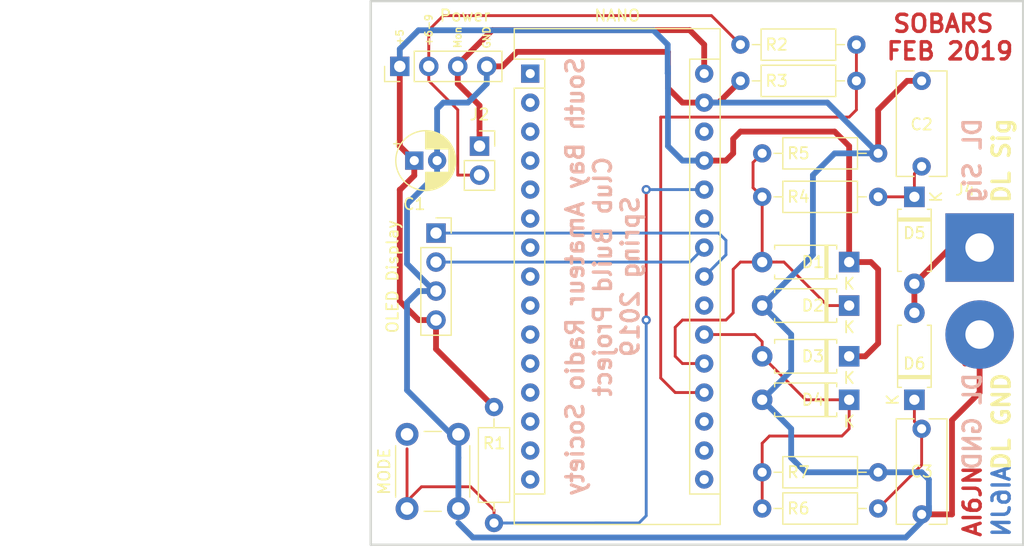
<source format=kicad_pcb>
(kicad_pcb (version 20171130) (host pcbnew "(5.0.2)-1")

  (general
    (thickness 1.6)
    (drawings 28)
    (tracks 172)
    (zones 0)
    (modules 22)
    (nets 35)
  )

  (page USLetter)
  (layers
    (0 F.Cu signal)
    (31 B.Cu signal)
    (32 B.Adhes user)
    (33 F.Adhes user)
    (34 B.Paste user hide)
    (35 F.Paste user hide)
    (36 B.SilkS user)
    (37 F.SilkS user)
    (38 B.Mask user)
    (39 F.Mask user)
    (40 Dwgs.User user hide)
    (41 Cmts.User user hide)
    (42 Eco1.User user)
    (43 Eco2.User user hide)
    (44 Edge.Cuts user)
    (45 Margin user)
    (46 B.CrtYd user)
    (47 F.CrtYd user)
    (48 B.Fab user)
    (49 F.Fab user hide)
  )

  (setup
    (last_trace_width 0.25)
    (trace_clearance 0.2)
    (zone_clearance 0.508)
    (zone_45_only no)
    (trace_min 0.2)
    (segment_width 0.2)
    (edge_width 0.15)
    (via_size 0.8)
    (via_drill 0.4)
    (via_min_size 0.4)
    (via_min_drill 0.3)
    (uvia_size 0.3)
    (uvia_drill 0.1)
    (uvias_allowed no)
    (uvia_min_size 0.2)
    (uvia_min_drill 0.1)
    (pcb_text_width 0.3)
    (pcb_text_size 1.5 1.5)
    (mod_edge_width 0.15)
    (mod_text_size 1 1)
    (mod_text_width 0.15)
    (pad_size 1.524 1.524)
    (pad_drill 0.762)
    (pad_to_mask_clearance 0.2)
    (solder_mask_min_width 0.25)
    (aux_axis_origin 0 0)
    (grid_origin 66.675 62.23)
    (visible_elements 7FFFFFFF)
    (pcbplotparams
      (layerselection 0x010fc_ffffffff)
      (usegerberextensions false)
      (usegerberattributes false)
      (usegerberadvancedattributes false)
      (creategerberjobfile false)
      (excludeedgelayer true)
      (linewidth 0.100000)
      (plotframeref false)
      (viasonmask false)
      (mode 1)
      (useauxorigin false)
      (hpglpennumber 1)
      (hpglpenspeed 20)
      (hpglpendiameter 15.000000)
      (psnegative false)
      (psa4output false)
      (plotreference true)
      (plotvalue true)
      (plotinvisibletext false)
      (padsonsilk false)
      (subtractmaskfromsilk false)
      (outputformat 1)
      (mirror false)
      (drillshape 1)
      (scaleselection 1)
      (outputdirectory ""))
  )

  (net 0 "")
  (net 1 +5V)
  (net 2 GND)
  (net 3 "Net-(C2-Pad1)")
  (net 4 "Net-(J1-Pad2)")
  (net 5 "Net-(C3-Pad1)")
  (net 6 "Net-(D5-Pad2)")
  (net 7 "Net-(D1-Pad2)")
  (net 8 "Net-(NANO1-Pad19)")
  (net 9 "Net-(MODE1-Pad1)")
  (net 10 "Net-(D3-Pad2)")
  (net 11 "Net-(NANO1-Pad1)")
  (net 12 "Net-(NANO1-Pad17)")
  (net 13 "Net-(NANO1-Pad2)")
  (net 14 "Net-(NANO1-Pad18)")
  (net 15 "Net-(NANO1-Pad3)")
  (net 16 "Net-(NANO1-Pad4)")
  (net 17 "Net-(NANO1-Pad5)")
  (net 18 "Net-(NANO1-Pad6)")
  (net 19 "Net-(NANO1-Pad22)")
  (net 20 "Net-(NANO1-Pad7)")
  (net 21 "Net-(NANO1-Pad23)")
  (net 22 "Net-(NANO1-Pad8)")
  (net 23 "Net-(NANO1-Pad24)")
  (net 24 "Net-(NANO1-Pad9)")
  (net 25 "Net-(NANO1-Pad25)")
  (net 26 "Net-(NANO1-Pad10)")
  (net 27 "Net-(NANO1-Pad11)")
  (net 28 "Net-(NANO1-Pad12)")
  (net 29 "Net-(NANO1-Pad28)")
  (net 30 "Net-(NANO1-Pad13)")
  (net 31 "Net-(NANO1-Pad14)")
  (net 32 "Net-(J1-Pad3)")
  (net 33 "Net-(NANO1-Pad15)")
  (net 34 "Net-(NANO1-Pad16)")

  (net_class Default "This is the default net class."
    (clearance 0.2)
    (trace_width 0.25)
    (via_dia 0.8)
    (via_drill 0.4)
    (uvia_dia 0.3)
    (uvia_drill 0.1)
    (add_net "Net-(C2-Pad1)")
    (add_net "Net-(C3-Pad1)")
    (add_net "Net-(D1-Pad2)")
    (add_net "Net-(D3-Pad2)")
    (add_net "Net-(J1-Pad2)")
    (add_net "Net-(J1-Pad3)")
    (add_net "Net-(MODE1-Pad1)")
    (add_net "Net-(NANO1-Pad1)")
    (add_net "Net-(NANO1-Pad10)")
    (add_net "Net-(NANO1-Pad11)")
    (add_net "Net-(NANO1-Pad12)")
    (add_net "Net-(NANO1-Pad13)")
    (add_net "Net-(NANO1-Pad14)")
    (add_net "Net-(NANO1-Pad15)")
    (add_net "Net-(NANO1-Pad16)")
    (add_net "Net-(NANO1-Pad17)")
    (add_net "Net-(NANO1-Pad18)")
    (add_net "Net-(NANO1-Pad19)")
    (add_net "Net-(NANO1-Pad2)")
    (add_net "Net-(NANO1-Pad22)")
    (add_net "Net-(NANO1-Pad23)")
    (add_net "Net-(NANO1-Pad24)")
    (add_net "Net-(NANO1-Pad25)")
    (add_net "Net-(NANO1-Pad28)")
    (add_net "Net-(NANO1-Pad3)")
    (add_net "Net-(NANO1-Pad4)")
    (add_net "Net-(NANO1-Pad5)")
    (add_net "Net-(NANO1-Pad6)")
    (add_net "Net-(NANO1-Pad7)")
    (add_net "Net-(NANO1-Pad8)")
    (add_net "Net-(NANO1-Pad9)")
  )

  (net_class Power ""
    (clearance 0.2)
    (trace_width 0.508)
    (via_dia 0.8)
    (via_drill 0.4)
    (uvia_dia 0.3)
    (uvia_drill 0.1)
    (add_net +5V)
    (add_net GND)
    (add_net "Net-(D5-Pad2)")
  )

  (module Button_Switch_THT:SW_PUSH_6mm (layer F.Cu) (tedit 5C3CE18F) (tstamp 5C3F0EAA)
    (at 69.85 74.93 90)
    (descr https://www.omron.com/ecb/products/pdf/en-b3f.pdf)
    (tags "tact sw push 6mm")
    (path /5C379706)
    (fp_text reference MODE (at 3.25 -2 90) (layer F.SilkS)
      (effects (font (size 1 1) (thickness 0.15)))
    )
    (fp_text value SW1 (at 3.75 6.7 90) (layer F.Fab)
      (effects (font (size 1 1) (thickness 0.15)))
    )
    (fp_text user %R (at 3.25 2.25 90) (layer F.Fab)
      (effects (font (size 1 1) (thickness 0.15)))
    )
    (fp_line (start 3.25 -0.75) (end 6.25 -0.75) (layer F.Fab) (width 0.1))
    (fp_line (start 6.25 -0.75) (end 6.25 5.25) (layer F.Fab) (width 0.1))
    (fp_line (start 6.25 5.25) (end 0.25 5.25) (layer F.Fab) (width 0.1))
    (fp_line (start 0.25 5.25) (end 0.25 -0.75) (layer F.Fab) (width 0.1))
    (fp_line (start 0.25 -0.75) (end 3.25 -0.75) (layer F.Fab) (width 0.1))
    (fp_line (start 7.75 6) (end 8 6) (layer F.CrtYd) (width 0.05))
    (fp_line (start 8 6) (end 8 5.75) (layer F.CrtYd) (width 0.05))
    (fp_line (start 7.75 -1.5) (end 8 -1.5) (layer F.CrtYd) (width 0.05))
    (fp_line (start 8 -1.5) (end 8 -1.25) (layer F.CrtYd) (width 0.05))
    (fp_line (start -1.5 -1.25) (end -1.5 -1.5) (layer F.CrtYd) (width 0.05))
    (fp_line (start -1.5 -1.5) (end -1.25 -1.5) (layer F.CrtYd) (width 0.05))
    (fp_line (start -1.5 5.75) (end -1.5 6) (layer F.CrtYd) (width 0.05))
    (fp_line (start -1.5 6) (end -1.25 6) (layer F.CrtYd) (width 0.05))
    (fp_line (start -1.25 -1.5) (end 7.75 -1.5) (layer F.CrtYd) (width 0.05))
    (fp_line (start -1.5 5.75) (end -1.5 -1.25) (layer F.CrtYd) (width 0.05))
    (fp_line (start 7.75 6) (end -1.25 6) (layer F.CrtYd) (width 0.05))
    (fp_line (start 8 -1.25) (end 8 5.75) (layer F.CrtYd) (width 0.05))
    (fp_line (start 1 5.5) (end 5.5 5.5) (layer F.SilkS) (width 0.12))
    (fp_line (start -0.25 1.5) (end -0.25 3) (layer F.SilkS) (width 0.12))
    (fp_line (start 5.5 -1) (end 1 -1) (layer F.SilkS) (width 0.12))
    (fp_line (start 6.75 3) (end 6.75 1.5) (layer F.SilkS) (width 0.12))
    (fp_circle (center 3.25 2.25) (end 1.25 2.5) (layer F.Fab) (width 0.1))
    (pad 2 thru_hole circle (at 0 4.5 180) (size 2 2) (drill 1.1) (layers *.Cu *.Mask)
      (net 2 GND))
    (pad 1 thru_hole circle (at 0 0 180) (size 2 2) (drill 1.1) (layers *.Cu *.Mask)
      (net 9 "Net-(MODE1-Pad1)"))
    (pad 2 thru_hole circle (at 6.5 4.5 180) (size 2 2) (drill 1.1) (layers *.Cu *.Mask)
      (net 2 GND))
    (pad 1 thru_hole circle (at 6.5 0 180) (size 2 2) (drill 1.1) (layers *.Cu *.Mask)
      (net 9 "Net-(MODE1-Pad1)"))
    (model ${KISYS3DMOD}/Button_Switch_THT.3dshapes/SW_PUSH_6mm.wrl
      (at (xyz 0 0 0))
      (scale (xyz 1 1 1))
      (rotate (xyz 0 0 0))
    )
  )

  (module Connector_PinHeader_2.54mm:PinHeader_1x04_P2.54mm_Vertical (layer F.Cu) (tedit 5C3CE1D6) (tstamp 5C3F0D37)
    (at 69.215 36.195 90)
    (descr "Through hole straight pin header, 1x04, 2.54mm pitch, single row")
    (tags "Through hole pin header THT 1x04 2.54mm single row")
    (path /5C381DE0)
    (fp_text reference Power (at 4.445 5.715 180) (layer F.SilkS)
      (effects (font (size 1 1) (thickness 0.15)))
    )
    (fp_text value Power (at 0 9.95 90) (layer F.Fab)
      (effects (font (size 1 1) (thickness 0.15)))
    )
    (fp_line (start -0.635 -1.27) (end 1.27 -1.27) (layer F.Fab) (width 0.1))
    (fp_line (start 1.27 -1.27) (end 1.27 8.89) (layer F.Fab) (width 0.1))
    (fp_line (start 1.27 8.89) (end -1.27 8.89) (layer F.Fab) (width 0.1))
    (fp_line (start -1.27 8.89) (end -1.27 -0.635) (layer F.Fab) (width 0.1))
    (fp_line (start -1.27 -0.635) (end -0.635 -1.27) (layer F.Fab) (width 0.1))
    (fp_line (start -1.33 8.95) (end 1.33 8.95) (layer F.SilkS) (width 0.12))
    (fp_line (start -1.33 1.27) (end -1.33 8.95) (layer F.SilkS) (width 0.12))
    (fp_line (start 1.33 1.27) (end 1.33 8.95) (layer F.SilkS) (width 0.12))
    (fp_line (start -1.33 1.27) (end 1.33 1.27) (layer F.SilkS) (width 0.12))
    (fp_line (start -1.33 0) (end -1.33 -1.33) (layer F.SilkS) (width 0.12))
    (fp_line (start -1.33 -1.33) (end 0 -1.33) (layer F.SilkS) (width 0.12))
    (fp_line (start -1.8 -1.8) (end -1.8 9.4) (layer F.CrtYd) (width 0.05))
    (fp_line (start -1.8 9.4) (end 1.8 9.4) (layer F.CrtYd) (width 0.05))
    (fp_line (start 1.8 9.4) (end 1.8 -1.8) (layer F.CrtYd) (width 0.05))
    (fp_line (start 1.8 -1.8) (end -1.8 -1.8) (layer F.CrtYd) (width 0.05))
    (fp_text user %R (at 0 3.81 180) (layer F.Fab)
      (effects (font (size 1 1) (thickness 0.15)))
    )
    (pad 1 thru_hole rect (at 0 0 90) (size 1.7 1.7) (drill 1) (layers *.Cu *.Mask)
      (net 1 +5V))
    (pad 2 thru_hole oval (at 0 2.54 90) (size 1.7 1.7) (drill 1) (layers *.Cu *.Mask)
      (net 4 "Net-(J1-Pad2)"))
    (pad 3 thru_hole oval (at 0 5.08 90) (size 1.7 1.7) (drill 1) (layers *.Cu *.Mask)
      (net 32 "Net-(J1-Pad3)"))
    (pad 4 thru_hole oval (at 0 7.62 90) (size 1.7 1.7) (drill 1) (layers *.Cu *.Mask)
      (net 2 GND))
    (model ${KISYS3DMOD}/Connector_PinHeader_2.54mm.3dshapes/PinHeader_1x04_P2.54mm_Vertical.wrl
      (at (xyz 0 0 0))
      (scale (xyz 1 1 1))
      (rotate (xyz 0 0 0))
    )
  )

  (module Connector_PinSocket_2.54mm:PinSocket_1x04_P2.54mm_Vertical (layer F.Cu) (tedit 5C3CE111) (tstamp 5C3F0CF5)
    (at 72.39 50.8)
    (descr "Through hole straight socket strip, 1x04, 2.54mm pitch, single row (from Kicad 4.0.7), script generated")
    (tags "Through hole socket strip THT 1x04 2.54mm single row")
    (path /5C381E58)
    (fp_text reference "OLED Display" (at -3.81 3.81 90) (layer F.SilkS)
      (effects (font (size 1 1) (thickness 0.15)))
    )
    (fp_text value "OLED Display 128X64" (at 0 10.39) (layer F.Fab)
      (effects (font (size 1 1) (thickness 0.15)))
    )
    (fp_line (start -1.27 -1.27) (end 0.635 -1.27) (layer F.Fab) (width 0.1))
    (fp_line (start 0.635 -1.27) (end 1.27 -0.635) (layer F.Fab) (width 0.1))
    (fp_line (start 1.27 -0.635) (end 1.27 8.89) (layer F.Fab) (width 0.1))
    (fp_line (start 1.27 8.89) (end -1.27 8.89) (layer F.Fab) (width 0.1))
    (fp_line (start -1.27 8.89) (end -1.27 -1.27) (layer F.Fab) (width 0.1))
    (fp_line (start -1.33 1.27) (end 1.33 1.27) (layer F.SilkS) (width 0.12))
    (fp_line (start -1.33 1.27) (end -1.33 8.95) (layer F.SilkS) (width 0.12))
    (fp_line (start -1.33 8.95) (end 1.33 8.95) (layer F.SilkS) (width 0.12))
    (fp_line (start 1.33 1.27) (end 1.33 8.95) (layer F.SilkS) (width 0.12))
    (fp_line (start 1.33 -1.33) (end 1.33 0) (layer F.SilkS) (width 0.12))
    (fp_line (start 0 -1.33) (end 1.33 -1.33) (layer F.SilkS) (width 0.12))
    (fp_line (start -1.8 -1.8) (end 1.75 -1.8) (layer F.CrtYd) (width 0.05))
    (fp_line (start 1.75 -1.8) (end 1.75 9.4) (layer F.CrtYd) (width 0.05))
    (fp_line (start 1.75 9.4) (end -1.8 9.4) (layer F.CrtYd) (width 0.05))
    (fp_line (start -1.8 9.4) (end -1.8 -1.8) (layer F.CrtYd) (width 0.05))
    (fp_text user %R (at 0 3.81 90) (layer F.Fab)
      (effects (font (size 1 1) (thickness 0.15)))
    )
    (pad 1 thru_hole rect (at 0 0) (size 1.7 1.7) (drill 1) (layers *.Cu *.Mask)
      (net 21 "Net-(NANO1-Pad23)"))
    (pad 2 thru_hole oval (at 0 2.54) (size 1.7 1.7) (drill 1) (layers *.Cu *.Mask)
      (net 23 "Net-(NANO1-Pad24)"))
    (pad 3 thru_hole oval (at 0 5.08) (size 1.7 1.7) (drill 1) (layers *.Cu *.Mask)
      (net 2 GND))
    (pad 4 thru_hole oval (at 0 7.62) (size 1.7 1.7) (drill 1) (layers *.Cu *.Mask)
      (net 1 +5V))
    (model ${KISYS3DMOD}/Connector_PinSocket_2.54mm.3dshapes/PinSocket_1x04_P2.54mm_Vertical.wrl
      (at (xyz 0 0 0))
      (scale (xyz 1 1 1))
      (rotate (xyz 0 0 0))
    )
  )

  (module Module:Arduino_Nano (layer F.Cu) (tedit 5C3CE1C2) (tstamp 5C3F0B61)
    (at 80.645 36.83)
    (descr "Arduino Nano, http://www.mouser.com/pdfdocs/Gravitech_Arduino_Nano3_0.pdf")
    (tags "Arduino Nano")
    (path /5BEDA374)
    (fp_text reference NANO (at 7.62 -5.08) (layer F.SilkS)
      (effects (font (size 1 1) (thickness 0.15)))
    )
    (fp_text value Arduino_Nano_v3.x (at 8.89 19.05 90) (layer F.Fab)
      (effects (font (size 1 1) (thickness 0.15)))
    )
    (fp_text user %R (at 6.35 19.05 90) (layer F.Fab)
      (effects (font (size 1 1) (thickness 0.15)))
    )
    (fp_line (start 1.27 1.27) (end 1.27 -1.27) (layer F.SilkS) (width 0.12))
    (fp_line (start 1.27 -1.27) (end -1.4 -1.27) (layer F.SilkS) (width 0.12))
    (fp_line (start -1.4 1.27) (end -1.4 39.5) (layer F.SilkS) (width 0.12))
    (fp_line (start -1.4 -3.94) (end -1.4 -1.27) (layer F.SilkS) (width 0.12))
    (fp_line (start 13.97 -1.27) (end 16.64 -1.27) (layer F.SilkS) (width 0.12))
    (fp_line (start 13.97 -1.27) (end 13.97 36.83) (layer F.SilkS) (width 0.12))
    (fp_line (start 13.97 36.83) (end 16.64 36.83) (layer F.SilkS) (width 0.12))
    (fp_line (start 1.27 1.27) (end -1.4 1.27) (layer F.SilkS) (width 0.12))
    (fp_line (start 1.27 1.27) (end 1.27 36.83) (layer F.SilkS) (width 0.12))
    (fp_line (start 1.27 36.83) (end -1.4 36.83) (layer F.SilkS) (width 0.12))
    (fp_line (start 3.81 31.75) (end 11.43 31.75) (layer F.Fab) (width 0.1))
    (fp_line (start 11.43 31.75) (end 11.43 41.91) (layer F.Fab) (width 0.1))
    (fp_line (start 11.43 41.91) (end 3.81 41.91) (layer F.Fab) (width 0.1))
    (fp_line (start 3.81 41.91) (end 3.81 31.75) (layer F.Fab) (width 0.1))
    (fp_line (start -1.4 39.5) (end 16.64 39.5) (layer F.SilkS) (width 0.12))
    (fp_line (start 16.64 39.5) (end 16.64 -3.94) (layer F.SilkS) (width 0.12))
    (fp_line (start 16.64 -3.94) (end -1.4 -3.94) (layer F.SilkS) (width 0.12))
    (fp_line (start 16.51 39.37) (end -1.27 39.37) (layer F.Fab) (width 0.1))
    (fp_line (start -1.27 39.37) (end -1.27 -2.54) (layer F.Fab) (width 0.1))
    (fp_line (start -1.27 -2.54) (end 0 -3.81) (layer F.Fab) (width 0.1))
    (fp_line (start 0 -3.81) (end 16.51 -3.81) (layer F.Fab) (width 0.1))
    (fp_line (start 16.51 -3.81) (end 16.51 39.37) (layer F.Fab) (width 0.1))
    (fp_line (start -1.53 -4.06) (end 16.75 -4.06) (layer F.CrtYd) (width 0.05))
    (fp_line (start -1.53 -4.06) (end -1.53 42.16) (layer F.CrtYd) (width 0.05))
    (fp_line (start 16.75 42.16) (end 16.75 -4.06) (layer F.CrtYd) (width 0.05))
    (fp_line (start 16.75 42.16) (end -1.53 42.16) (layer F.CrtYd) (width 0.05))
    (pad 1 thru_hole rect (at 0 0) (size 1.6 1.6) (drill 0.8) (layers *.Cu *.Mask)
      (net 11 "Net-(NANO1-Pad1)"))
    (pad 17 thru_hole oval (at 15.24 33.02) (size 1.6 1.6) (drill 0.8) (layers *.Cu *.Mask)
      (net 12 "Net-(NANO1-Pad17)"))
    (pad 2 thru_hole oval (at 0 2.54) (size 1.6 1.6) (drill 0.8) (layers *.Cu *.Mask)
      (net 13 "Net-(NANO1-Pad2)"))
    (pad 18 thru_hole oval (at 15.24 30.48) (size 1.6 1.6) (drill 0.8) (layers *.Cu *.Mask)
      (net 14 "Net-(NANO1-Pad18)"))
    (pad 3 thru_hole oval (at 0 5.08) (size 1.6 1.6) (drill 0.8) (layers *.Cu *.Mask)
      (net 15 "Net-(NANO1-Pad3)"))
    (pad 19 thru_hole oval (at 15.24 27.94) (size 1.6 1.6) (drill 0.8) (layers *.Cu *.Mask)
      (net 8 "Net-(NANO1-Pad19)"))
    (pad 4 thru_hole oval (at 0 7.62) (size 1.6 1.6) (drill 0.8) (layers *.Cu *.Mask)
      (net 16 "Net-(NANO1-Pad4)"))
    (pad 20 thru_hole oval (at 15.24 25.4) (size 1.6 1.6) (drill 0.8) (layers *.Cu *.Mask)
      (net 7 "Net-(D1-Pad2)"))
    (pad 5 thru_hole oval (at 0 10.16) (size 1.6 1.6) (drill 0.8) (layers *.Cu *.Mask)
      (net 17 "Net-(NANO1-Pad5)"))
    (pad 21 thru_hole oval (at 15.24 22.86) (size 1.6 1.6) (drill 0.8) (layers *.Cu *.Mask)
      (net 10 "Net-(D3-Pad2)"))
    (pad 6 thru_hole oval (at 0 12.7) (size 1.6 1.6) (drill 0.8) (layers *.Cu *.Mask)
      (net 18 "Net-(NANO1-Pad6)"))
    (pad 22 thru_hole oval (at 15.24 20.32) (size 1.6 1.6) (drill 0.8) (layers *.Cu *.Mask)
      (net 19 "Net-(NANO1-Pad22)"))
    (pad 7 thru_hole oval (at 0 15.24) (size 1.6 1.6) (drill 0.8) (layers *.Cu *.Mask)
      (net 20 "Net-(NANO1-Pad7)"))
    (pad 23 thru_hole oval (at 15.24 17.78) (size 1.6 1.6) (drill 0.8) (layers *.Cu *.Mask)
      (net 21 "Net-(NANO1-Pad23)"))
    (pad 8 thru_hole oval (at 0 17.78) (size 1.6 1.6) (drill 0.8) (layers *.Cu *.Mask)
      (net 22 "Net-(NANO1-Pad8)"))
    (pad 24 thru_hole oval (at 15.24 15.24) (size 1.6 1.6) (drill 0.8) (layers *.Cu *.Mask)
      (net 23 "Net-(NANO1-Pad24)"))
    (pad 9 thru_hole oval (at 0 20.32) (size 1.6 1.6) (drill 0.8) (layers *.Cu *.Mask)
      (net 24 "Net-(NANO1-Pad9)"))
    (pad 25 thru_hole oval (at 15.24 12.7) (size 1.6 1.6) (drill 0.8) (layers *.Cu *.Mask)
      (net 25 "Net-(NANO1-Pad25)"))
    (pad 10 thru_hole oval (at 0 22.86) (size 1.6 1.6) (drill 0.8) (layers *.Cu *.Mask)
      (net 26 "Net-(NANO1-Pad10)"))
    (pad 26 thru_hole oval (at 15.24 10.16) (size 1.6 1.6) (drill 0.8) (layers *.Cu *.Mask)
      (net 9 "Net-(MODE1-Pad1)"))
    (pad 11 thru_hole oval (at 0 25.4) (size 1.6 1.6) (drill 0.8) (layers *.Cu *.Mask)
      (net 27 "Net-(NANO1-Pad11)"))
    (pad 27 thru_hole oval (at 15.24 7.62) (size 1.6 1.6) (drill 0.8) (layers *.Cu *.Mask)
      (net 1 +5V))
    (pad 12 thru_hole oval (at 0 27.94) (size 1.6 1.6) (drill 0.8) (layers *.Cu *.Mask)
      (net 28 "Net-(NANO1-Pad12)"))
    (pad 28 thru_hole oval (at 15.24 5.08) (size 1.6 1.6) (drill 0.8) (layers *.Cu *.Mask)
      (net 29 "Net-(NANO1-Pad28)"))
    (pad 13 thru_hole oval (at 0 30.48) (size 1.6 1.6) (drill 0.8) (layers *.Cu *.Mask)
      (net 30 "Net-(NANO1-Pad13)"))
    (pad 29 thru_hole oval (at 15.24 2.54) (size 1.6 1.6) (drill 0.8) (layers *.Cu *.Mask)
      (net 2 GND))
    (pad 14 thru_hole oval (at 0 33.02) (size 1.6 1.6) (drill 0.8) (layers *.Cu *.Mask)
      (net 31 "Net-(NANO1-Pad14)"))
    (pad 30 thru_hole oval (at 15.24 0) (size 1.6 1.6) (drill 0.8) (layers *.Cu *.Mask)
      (net 32 "Net-(J1-Pad3)"))
    (pad 15 thru_hole oval (at 0 35.56) (size 1.6 1.6) (drill 0.8) (layers *.Cu *.Mask)
      (net 33 "Net-(NANO1-Pad15)"))
    (pad 16 thru_hole oval (at 15.24 35.56) (size 1.6 1.6) (drill 0.8) (layers *.Cu *.Mask)
      (net 34 "Net-(NANO1-Pad16)"))
    (model ${KISYS3DMOD}/Module.3dshapes/Arduino_Nano_WithMountingHoles.wrl
      (at (xyz 0 0 0))
      (scale (xyz 1 1 1))
      (rotate (xyz 0 0 0))
    )
  )

  (module Connector_Wire:SolderWirePad_1x02_P7.62mm_Drill2.5mm (layer F.Cu) (tedit 5C3CB697) (tstamp 5C3CC4D5)
    (at 120.015 52.07 270)
    (descr "Wire solder connection")
    (tags connector)
    (path /5C381F2A)
    (attr virtual)
    (fp_text reference J4 (at -5.08 1.27) (layer F.SilkS)
      (effects (font (size 1 1) (thickness 0.15)))
    )
    (fp_text value "To Dummy Load 50 Ohms" (at 3.81 -4.445 270) (layer F.Fab)
      (effects (font (size 1 1) (thickness 0.15)))
    )
    (fp_text user %R (at 3.81 0.635 270) (layer F.Fab)
      (effects (font (size 1 1) (thickness 0.15)))
    )
    (fp_line (start -3.5 -3.5) (end 11.12 -3.5) (layer F.CrtYd) (width 0.05))
    (fp_line (start -3.5 -3.5) (end -3.5 3.5) (layer F.CrtYd) (width 0.05))
    (fp_line (start 11.12 3.5) (end 11.12 -3.5) (layer F.CrtYd) (width 0.05))
    (fp_line (start 11.12 3.5) (end -3.5 3.5) (layer F.CrtYd) (width 0.05))
    (pad 1 thru_hole rect (at 0 0 270) (size 5.99948 5.99948) (drill 2.49936) (layers *.Cu *.Mask)
      (net 6 "Net-(D5-Pad2)"))
    (pad 2 thru_hole circle (at 7.62 0 270) (size 5.99948 5.99948) (drill 2.49936) (layers *.Cu *.Mask)
      (net 2 GND))
  )

  (module Resistor_THT:R_Axial_DIN0207_L6.3mm_D2.5mm_P10.16mm_Horizontal (layer F.Cu) (tedit 5AE5139B) (tstamp 5C378F10)
    (at 109.22 37.465 180)
    (descr "Resistor, Axial_DIN0207 series, Axial, Horizontal, pin pitch=10.16mm, 0.25W = 1/4W, length*diameter=6.3*2.5mm^2, http://cdn-reichelt.de/documents/datenblatt/B400/1_4W%23YAG.pdf")
    (tags "Resistor Axial_DIN0207 series Axial Horizontal pin pitch 10.16mm 0.25W = 1/4W length 6.3mm diameter 2.5mm")
    (path /5C378505)
    (fp_text reference R3 (at 6.985 0 180) (layer F.SilkS)
      (effects (font (size 1 1) (thickness 0.15)))
    )
    (fp_text value 50K (at 3.81 0 180) (layer F.Fab)
      (effects (font (size 1 1) (thickness 0.15)))
    )
    (fp_line (start 1.93 -1.25) (end 1.93 1.25) (layer F.Fab) (width 0.1))
    (fp_line (start 1.93 1.25) (end 8.23 1.25) (layer F.Fab) (width 0.1))
    (fp_line (start 8.23 1.25) (end 8.23 -1.25) (layer F.Fab) (width 0.1))
    (fp_line (start 8.23 -1.25) (end 1.93 -1.25) (layer F.Fab) (width 0.1))
    (fp_line (start 0 0) (end 1.93 0) (layer F.Fab) (width 0.1))
    (fp_line (start 10.16 0) (end 8.23 0) (layer F.Fab) (width 0.1))
    (fp_line (start 1.81 -1.37) (end 1.81 1.37) (layer F.SilkS) (width 0.12))
    (fp_line (start 1.81 1.37) (end 8.35 1.37) (layer F.SilkS) (width 0.12))
    (fp_line (start 8.35 1.37) (end 8.35 -1.37) (layer F.SilkS) (width 0.12))
    (fp_line (start 8.35 -1.37) (end 1.81 -1.37) (layer F.SilkS) (width 0.12))
    (fp_line (start 1.04 0) (end 1.81 0) (layer F.SilkS) (width 0.12))
    (fp_line (start 9.12 0) (end 8.35 0) (layer F.SilkS) (width 0.12))
    (fp_line (start -1.05 -1.5) (end -1.05 1.5) (layer F.CrtYd) (width 0.05))
    (fp_line (start -1.05 1.5) (end 11.21 1.5) (layer F.CrtYd) (width 0.05))
    (fp_line (start 11.21 1.5) (end 11.21 -1.5) (layer F.CrtYd) (width 0.05))
    (fp_line (start 11.21 -1.5) (end -1.05 -1.5) (layer F.CrtYd) (width 0.05))
    (fp_text user %R (at 6.985 0 180) (layer F.Fab)
      (effects (font (size 1 1) (thickness 0.15)))
    )
    (pad 1 thru_hole circle (at 0 0 180) (size 1.6 1.6) (drill 0.8) (layers *.Cu *.Mask)
      (net 8 "Net-(NANO1-Pad19)"))
    (pad 2 thru_hole oval (at 10.16 0 180) (size 1.6 1.6) (drill 0.8) (layers *.Cu *.Mask)
      (net 2 GND))
    (model ${KISYS3DMOD}/Resistor_THT.3dshapes/R_Axial_DIN0207_L6.3mm_D2.5mm_P10.16mm_Horizontal.wrl
      (at (xyz 0 0 0))
      (scale (xyz 1 1 1))
      (rotate (xyz 0 0 0))
    )
  )

  (module Diode_THT:D_A-405_P7.62mm_Horizontal (layer F.Cu) (tedit 5AE50CD5) (tstamp 5C38FA5F)
    (at 108.585 61.595 180)
    (descr "Diode, A-405 series, Axial, Horizontal, pin pitch=7.62mm, , length*diameter=5.2*2.7mm^2, , http://www.diodes.com/_files/packages/A-405.pdf")
    (tags "Diode A-405 series Axial Horizontal pin pitch 7.62mm  length 5.2mm diameter 2.7mm")
    (path /5C37AC9E)
    (fp_text reference D3 (at 3.175 0 180) (layer F.SilkS)
      (effects (font (size 1 1) (thickness 0.15)))
    )
    (fp_text value 1N5817 (at 3.81 2.47 180) (layer F.Fab)
      (effects (font (size 1 1) (thickness 0.15)))
    )
    (fp_text user K (at 0 -1.9 180) (layer F.SilkS)
      (effects (font (size 1 1) (thickness 0.15)))
    )
    (fp_text user K (at 0 -1.9 180) (layer F.Fab)
      (effects (font (size 1 1) (thickness 0.15)))
    )
    (fp_text user %R (at 4.2 0 180) (layer F.Fab)
      (effects (font (size 1 1) (thickness 0.15)))
    )
    (fp_line (start 8.77 -1.6) (end -1.15 -1.6) (layer F.CrtYd) (width 0.05))
    (fp_line (start 8.77 1.6) (end 8.77 -1.6) (layer F.CrtYd) (width 0.05))
    (fp_line (start -1.15 1.6) (end 8.77 1.6) (layer F.CrtYd) (width 0.05))
    (fp_line (start -1.15 -1.6) (end -1.15 1.6) (layer F.CrtYd) (width 0.05))
    (fp_line (start 1.87 -1.47) (end 1.87 1.47) (layer F.SilkS) (width 0.12))
    (fp_line (start 2.11 -1.47) (end 2.11 1.47) (layer F.SilkS) (width 0.12))
    (fp_line (start 1.99 -1.47) (end 1.99 1.47) (layer F.SilkS) (width 0.12))
    (fp_line (start 6.53 1.47) (end 6.53 1.14) (layer F.SilkS) (width 0.12))
    (fp_line (start 1.09 1.47) (end 6.53 1.47) (layer F.SilkS) (width 0.12))
    (fp_line (start 1.09 1.14) (end 1.09 1.47) (layer F.SilkS) (width 0.12))
    (fp_line (start 6.53 -1.47) (end 6.53 -1.14) (layer F.SilkS) (width 0.12))
    (fp_line (start 1.09 -1.47) (end 6.53 -1.47) (layer F.SilkS) (width 0.12))
    (fp_line (start 1.09 -1.14) (end 1.09 -1.47) (layer F.SilkS) (width 0.12))
    (fp_line (start 1.89 -1.35) (end 1.89 1.35) (layer F.Fab) (width 0.1))
    (fp_line (start 2.09 -1.35) (end 2.09 1.35) (layer F.Fab) (width 0.1))
    (fp_line (start 1.99 -1.35) (end 1.99 1.35) (layer F.Fab) (width 0.1))
    (fp_line (start 7.62 0) (end 6.41 0) (layer F.Fab) (width 0.1))
    (fp_line (start 0 0) (end 1.21 0) (layer F.Fab) (width 0.1))
    (fp_line (start 6.41 -1.35) (end 1.21 -1.35) (layer F.Fab) (width 0.1))
    (fp_line (start 6.41 1.35) (end 6.41 -1.35) (layer F.Fab) (width 0.1))
    (fp_line (start 1.21 1.35) (end 6.41 1.35) (layer F.Fab) (width 0.1))
    (fp_line (start 1.21 -1.35) (end 1.21 1.35) (layer F.Fab) (width 0.1))
    (pad 2 thru_hole oval (at 7.62 0 180) (size 1.8 1.8) (drill 0.9) (layers *.Cu *.Mask)
      (net 10 "Net-(D3-Pad2)"))
    (pad 1 thru_hole rect (at 0 0 180) (size 1.8 1.8) (drill 0.9) (layers *.Cu *.Mask)
      (net 1 +5V))
    (model ${KISYS3DMOD}/Diode_THT.3dshapes/D_A-405_P7.62mm_Horizontal.wrl
      (at (xyz 0 0 0))
      (scale (xyz 1 1 1))
      (rotate (xyz 0 0 0))
    )
  )

  (module Diode_THT:D_A-405_P7.62mm_Horizontal (layer F.Cu) (tedit 5AE50CD5) (tstamp 5C38FA41)
    (at 108.585 53.34 180)
    (descr "Diode, A-405 series, Axial, Horizontal, pin pitch=7.62mm, , length*diameter=5.2*2.7mm^2, , http://www.diodes.com/_files/packages/A-405.pdf")
    (tags "Diode A-405 series Axial Horizontal pin pitch 7.62mm  length 5.2mm diameter 2.7mm")
    (path /5C37AC28)
    (fp_text reference D1 (at 3.175 0 180) (layer F.SilkS)
      (effects (font (size 1 1) (thickness 0.15)))
    )
    (fp_text value 1N5817 (at 3.81 2.47 180) (layer F.Fab)
      (effects (font (size 1 1) (thickness 0.15)))
    )
    (fp_line (start 1.21 -1.35) (end 1.21 1.35) (layer F.Fab) (width 0.1))
    (fp_line (start 1.21 1.35) (end 6.41 1.35) (layer F.Fab) (width 0.1))
    (fp_line (start 6.41 1.35) (end 6.41 -1.35) (layer F.Fab) (width 0.1))
    (fp_line (start 6.41 -1.35) (end 1.21 -1.35) (layer F.Fab) (width 0.1))
    (fp_line (start 0 0) (end 1.21 0) (layer F.Fab) (width 0.1))
    (fp_line (start 7.62 0) (end 6.41 0) (layer F.Fab) (width 0.1))
    (fp_line (start 1.99 -1.35) (end 1.99 1.35) (layer F.Fab) (width 0.1))
    (fp_line (start 2.09 -1.35) (end 2.09 1.35) (layer F.Fab) (width 0.1))
    (fp_line (start 1.89 -1.35) (end 1.89 1.35) (layer F.Fab) (width 0.1))
    (fp_line (start 1.09 -1.14) (end 1.09 -1.47) (layer F.SilkS) (width 0.12))
    (fp_line (start 1.09 -1.47) (end 6.53 -1.47) (layer F.SilkS) (width 0.12))
    (fp_line (start 6.53 -1.47) (end 6.53 -1.14) (layer F.SilkS) (width 0.12))
    (fp_line (start 1.09 1.14) (end 1.09 1.47) (layer F.SilkS) (width 0.12))
    (fp_line (start 1.09 1.47) (end 6.53 1.47) (layer F.SilkS) (width 0.12))
    (fp_line (start 6.53 1.47) (end 6.53 1.14) (layer F.SilkS) (width 0.12))
    (fp_line (start 1.99 -1.47) (end 1.99 1.47) (layer F.SilkS) (width 0.12))
    (fp_line (start 2.11 -1.47) (end 2.11 1.47) (layer F.SilkS) (width 0.12))
    (fp_line (start 1.87 -1.47) (end 1.87 1.47) (layer F.SilkS) (width 0.12))
    (fp_line (start -1.15 -1.6) (end -1.15 1.6) (layer F.CrtYd) (width 0.05))
    (fp_line (start -1.15 1.6) (end 8.77 1.6) (layer F.CrtYd) (width 0.05))
    (fp_line (start 8.77 1.6) (end 8.77 -1.6) (layer F.CrtYd) (width 0.05))
    (fp_line (start 8.77 -1.6) (end -1.15 -1.6) (layer F.CrtYd) (width 0.05))
    (fp_text user %R (at 4.2 0 180) (layer F.Fab)
      (effects (font (size 1 1) (thickness 0.15)))
    )
    (fp_text user K (at 0 -1.9 180) (layer F.Fab)
      (effects (font (size 1 1) (thickness 0.15)))
    )
    (fp_text user K (at 0 -1.9 180) (layer F.SilkS)
      (effects (font (size 1 1) (thickness 0.15)))
    )
    (pad 1 thru_hole rect (at 0 0 180) (size 1.8 1.8) (drill 0.9) (layers *.Cu *.Mask)
      (net 1 +5V))
    (pad 2 thru_hole oval (at 7.62 0 180) (size 1.8 1.8) (drill 0.9) (layers *.Cu *.Mask)
      (net 7 "Net-(D1-Pad2)"))
    (model ${KISYS3DMOD}/Diode_THT.3dshapes/D_A-405_P7.62mm_Horizontal.wrl
      (at (xyz 0 0 0))
      (scale (xyz 1 1 1))
      (rotate (xyz 0 0 0))
    )
  )

  (module Diode_THT:D_A-405_P7.62mm_Horizontal (layer F.Cu) (tedit 5AE50CD5) (tstamp 5C38FA23)
    (at 108.585 57.15 180)
    (descr "Diode, A-405 series, Axial, Horizontal, pin pitch=7.62mm, , length*diameter=5.2*2.7mm^2, , http://www.diodes.com/_files/packages/A-405.pdf")
    (tags "Diode A-405 series Axial Horizontal pin pitch 7.62mm  length 5.2mm diameter 2.7mm")
    (path /5C37ABB4)
    (fp_text reference D2 (at 3.175 0 180) (layer F.SilkS)
      (effects (font (size 1 1) (thickness 0.15)))
    )
    (fp_text value 1N5817 (at 3.81 2.47 180) (layer F.Fab)
      (effects (font (size 1 1) (thickness 0.15)))
    )
    (fp_text user K (at 0 -1.9 180) (layer F.SilkS)
      (effects (font (size 1 1) (thickness 0.15)))
    )
    (fp_text user K (at 0 -1.9 180) (layer F.Fab)
      (effects (font (size 1 1) (thickness 0.15)))
    )
    (fp_text user %R (at 4.2 0 180) (layer F.Fab)
      (effects (font (size 1 1) (thickness 0.15)))
    )
    (fp_line (start 8.77 -1.6) (end -1.15 -1.6) (layer F.CrtYd) (width 0.05))
    (fp_line (start 8.77 1.6) (end 8.77 -1.6) (layer F.CrtYd) (width 0.05))
    (fp_line (start -1.15 1.6) (end 8.77 1.6) (layer F.CrtYd) (width 0.05))
    (fp_line (start -1.15 -1.6) (end -1.15 1.6) (layer F.CrtYd) (width 0.05))
    (fp_line (start 1.87 -1.47) (end 1.87 1.47) (layer F.SilkS) (width 0.12))
    (fp_line (start 2.11 -1.47) (end 2.11 1.47) (layer F.SilkS) (width 0.12))
    (fp_line (start 1.99 -1.47) (end 1.99 1.47) (layer F.SilkS) (width 0.12))
    (fp_line (start 6.53 1.47) (end 6.53 1.14) (layer F.SilkS) (width 0.12))
    (fp_line (start 1.09 1.47) (end 6.53 1.47) (layer F.SilkS) (width 0.12))
    (fp_line (start 1.09 1.14) (end 1.09 1.47) (layer F.SilkS) (width 0.12))
    (fp_line (start 6.53 -1.47) (end 6.53 -1.14) (layer F.SilkS) (width 0.12))
    (fp_line (start 1.09 -1.47) (end 6.53 -1.47) (layer F.SilkS) (width 0.12))
    (fp_line (start 1.09 -1.14) (end 1.09 -1.47) (layer F.SilkS) (width 0.12))
    (fp_line (start 1.89 -1.35) (end 1.89 1.35) (layer F.Fab) (width 0.1))
    (fp_line (start 2.09 -1.35) (end 2.09 1.35) (layer F.Fab) (width 0.1))
    (fp_line (start 1.99 -1.35) (end 1.99 1.35) (layer F.Fab) (width 0.1))
    (fp_line (start 7.62 0) (end 6.41 0) (layer F.Fab) (width 0.1))
    (fp_line (start 0 0) (end 1.21 0) (layer F.Fab) (width 0.1))
    (fp_line (start 6.41 -1.35) (end 1.21 -1.35) (layer F.Fab) (width 0.1))
    (fp_line (start 6.41 1.35) (end 6.41 -1.35) (layer F.Fab) (width 0.1))
    (fp_line (start 1.21 1.35) (end 6.41 1.35) (layer F.Fab) (width 0.1))
    (fp_line (start 1.21 -1.35) (end 1.21 1.35) (layer F.Fab) (width 0.1))
    (pad 2 thru_hole oval (at 7.62 0 180) (size 1.8 1.8) (drill 0.9) (layers *.Cu *.Mask)
      (net 2 GND))
    (pad 1 thru_hole rect (at 0 0 180) (size 1.8 1.8) (drill 0.9) (layers *.Cu *.Mask)
      (net 7 "Net-(D1-Pad2)"))
    (model ${KISYS3DMOD}/Diode_THT.3dshapes/D_A-405_P7.62mm_Horizontal.wrl
      (at (xyz 0 0 0))
      (scale (xyz 1 1 1))
      (rotate (xyz 0 0 0))
    )
  )

  (module Diode_THT:D_A-405_P7.62mm_Horizontal (layer F.Cu) (tedit 5AE50CD5) (tstamp 5C38FA05)
    (at 114.3 65.405 90)
    (descr "Diode, A-405 series, Axial, Horizontal, pin pitch=7.62mm, , length*diameter=5.2*2.7mm^2, , http://www.diodes.com/_files/packages/A-405.pdf")
    (tags "Diode A-405 series Axial Horizontal pin pitch 7.62mm  length 5.2mm diameter 2.7mm")
    (path /5C376749)
    (fp_text reference D6 (at 3.175 0 180) (layer F.SilkS)
      (effects (font (size 1 1) (thickness 0.15)))
    )
    (fp_text value BAV21 (at 3.81 2.47 90) (layer F.Fab)
      (effects (font (size 1 1) (thickness 0.15)))
    )
    (fp_line (start 1.21 -1.35) (end 1.21 1.35) (layer F.Fab) (width 0.1))
    (fp_line (start 1.21 1.35) (end 6.41 1.35) (layer F.Fab) (width 0.1))
    (fp_line (start 6.41 1.35) (end 6.41 -1.35) (layer F.Fab) (width 0.1))
    (fp_line (start 6.41 -1.35) (end 1.21 -1.35) (layer F.Fab) (width 0.1))
    (fp_line (start 0 0) (end 1.21 0) (layer F.Fab) (width 0.1))
    (fp_line (start 7.62 0) (end 6.41 0) (layer F.Fab) (width 0.1))
    (fp_line (start 1.99 -1.35) (end 1.99 1.35) (layer F.Fab) (width 0.1))
    (fp_line (start 2.09 -1.35) (end 2.09 1.35) (layer F.Fab) (width 0.1))
    (fp_line (start 1.89 -1.35) (end 1.89 1.35) (layer F.Fab) (width 0.1))
    (fp_line (start 1.09 -1.14) (end 1.09 -1.47) (layer F.SilkS) (width 0.12))
    (fp_line (start 1.09 -1.47) (end 6.53 -1.47) (layer F.SilkS) (width 0.12))
    (fp_line (start 6.53 -1.47) (end 6.53 -1.14) (layer F.SilkS) (width 0.12))
    (fp_line (start 1.09 1.14) (end 1.09 1.47) (layer F.SilkS) (width 0.12))
    (fp_line (start 1.09 1.47) (end 6.53 1.47) (layer F.SilkS) (width 0.12))
    (fp_line (start 6.53 1.47) (end 6.53 1.14) (layer F.SilkS) (width 0.12))
    (fp_line (start 1.99 -1.47) (end 1.99 1.47) (layer F.SilkS) (width 0.12))
    (fp_line (start 2.11 -1.47) (end 2.11 1.47) (layer F.SilkS) (width 0.12))
    (fp_line (start 1.87 -1.47) (end 1.87 1.47) (layer F.SilkS) (width 0.12))
    (fp_line (start -1.15 -1.6) (end -1.15 1.6) (layer F.CrtYd) (width 0.05))
    (fp_line (start -1.15 1.6) (end 8.77 1.6) (layer F.CrtYd) (width 0.05))
    (fp_line (start 8.77 1.6) (end 8.77 -1.6) (layer F.CrtYd) (width 0.05))
    (fp_line (start 8.77 -1.6) (end -1.15 -1.6) (layer F.CrtYd) (width 0.05))
    (fp_text user %R (at 4.2 0 180) (layer F.Fab)
      (effects (font (size 1 1) (thickness 0.15)))
    )
    (fp_text user K (at 0 -1.9 90) (layer F.Fab)
      (effects (font (size 1 1) (thickness 0.15)))
    )
    (fp_text user K (at 0 -1.9 90) (layer F.SilkS)
      (effects (font (size 1 1) (thickness 0.15)))
    )
    (pad 1 thru_hole rect (at 0 0 90) (size 1.8 1.8) (drill 0.9) (layers *.Cu *.Mask)
      (net 5 "Net-(C3-Pad1)"))
    (pad 2 thru_hole oval (at 7.62 0 90) (size 1.8 1.8) (drill 0.9) (layers *.Cu *.Mask)
      (net 6 "Net-(D5-Pad2)"))
    (model ${KISYS3DMOD}/Diode_THT.3dshapes/D_A-405_P7.62mm_Horizontal.wrl
      (at (xyz 0 0 0))
      (scale (xyz 1 1 1))
      (rotate (xyz 0 0 0))
    )
  )

  (module Diode_THT:D_A-405_P7.62mm_Horizontal (layer F.Cu) (tedit 5AE50CD5) (tstamp 5C38F9E7)
    (at 114.3 47.625 270)
    (descr "Diode, A-405 series, Axial, Horizontal, pin pitch=7.62mm, , length*diameter=5.2*2.7mm^2, , http://www.diodes.com/_files/packages/A-405.pdf")
    (tags "Diode A-405 series Axial Horizontal pin pitch 7.62mm  length 5.2mm diameter 2.7mm")
    (path /5BEDA7A0)
    (fp_text reference D5 (at 3.175 0) (layer F.SilkS)
      (effects (font (size 1 1) (thickness 0.15)))
    )
    (fp_text value BAV21 (at 3.81 2.47 270) (layer F.Fab)
      (effects (font (size 1 1) (thickness 0.15)))
    )
    (fp_text user K (at 0 -1.9 270) (layer F.SilkS)
      (effects (font (size 1 1) (thickness 0.15)))
    )
    (fp_text user K (at 0 -1.9 270) (layer F.Fab)
      (effects (font (size 1 1) (thickness 0.15)))
    )
    (fp_text user %R (at 4.2 0 270) (layer F.Fab)
      (effects (font (size 1 1) (thickness 0.15)))
    )
    (fp_line (start 8.77 -1.6) (end -1.15 -1.6) (layer F.CrtYd) (width 0.05))
    (fp_line (start 8.77 1.6) (end 8.77 -1.6) (layer F.CrtYd) (width 0.05))
    (fp_line (start -1.15 1.6) (end 8.77 1.6) (layer F.CrtYd) (width 0.05))
    (fp_line (start -1.15 -1.6) (end -1.15 1.6) (layer F.CrtYd) (width 0.05))
    (fp_line (start 1.87 -1.47) (end 1.87 1.47) (layer F.SilkS) (width 0.12))
    (fp_line (start 2.11 -1.47) (end 2.11 1.47) (layer F.SilkS) (width 0.12))
    (fp_line (start 1.99 -1.47) (end 1.99 1.47) (layer F.SilkS) (width 0.12))
    (fp_line (start 6.53 1.47) (end 6.53 1.14) (layer F.SilkS) (width 0.12))
    (fp_line (start 1.09 1.47) (end 6.53 1.47) (layer F.SilkS) (width 0.12))
    (fp_line (start 1.09 1.14) (end 1.09 1.47) (layer F.SilkS) (width 0.12))
    (fp_line (start 6.53 -1.47) (end 6.53 -1.14) (layer F.SilkS) (width 0.12))
    (fp_line (start 1.09 -1.47) (end 6.53 -1.47) (layer F.SilkS) (width 0.12))
    (fp_line (start 1.09 -1.14) (end 1.09 -1.47) (layer F.SilkS) (width 0.12))
    (fp_line (start 1.89 -1.35) (end 1.89 1.35) (layer F.Fab) (width 0.1))
    (fp_line (start 2.09 -1.35) (end 2.09 1.35) (layer F.Fab) (width 0.1))
    (fp_line (start 1.99 -1.35) (end 1.99 1.35) (layer F.Fab) (width 0.1))
    (fp_line (start 7.62 0) (end 6.41 0) (layer F.Fab) (width 0.1))
    (fp_line (start 0 0) (end 1.21 0) (layer F.Fab) (width 0.1))
    (fp_line (start 6.41 -1.35) (end 1.21 -1.35) (layer F.Fab) (width 0.1))
    (fp_line (start 6.41 1.35) (end 6.41 -1.35) (layer F.Fab) (width 0.1))
    (fp_line (start 1.21 1.35) (end 6.41 1.35) (layer F.Fab) (width 0.1))
    (fp_line (start 1.21 -1.35) (end 1.21 1.35) (layer F.Fab) (width 0.1))
    (pad 2 thru_hole oval (at 7.62 0 270) (size 1.8 1.8) (drill 0.9) (layers *.Cu *.Mask)
      (net 6 "Net-(D5-Pad2)"))
    (pad 1 thru_hole rect (at 0 0 270) (size 1.8 1.8) (drill 0.9) (layers *.Cu *.Mask)
      (net 3 "Net-(C2-Pad1)"))
    (model ${KISYS3DMOD}/Diode_THT.3dshapes/D_A-405_P7.62mm_Horizontal.wrl
      (at (xyz 0 0 0))
      (scale (xyz 1 1 1))
      (rotate (xyz 0 0 0))
    )
  )

  (module Diode_THT:D_A-405_P7.62mm_Horizontal (layer F.Cu) (tedit 5AE50CD5) (tstamp 5C38F9C9)
    (at 108.585 65.405 180)
    (descr "Diode, A-405 series, Axial, Horizontal, pin pitch=7.62mm, , length*diameter=5.2*2.7mm^2, , http://www.diodes.com/_files/packages/A-405.pdf")
    (tags "Diode A-405 series Axial Horizontal pin pitch 7.62mm  length 5.2mm diameter 2.7mm")
    (path /5C37AB68)
    (fp_text reference D4 (at 3.175 0 180) (layer F.SilkS)
      (effects (font (size 1 1) (thickness 0.15)))
    )
    (fp_text value 1N5817 (at 3.81 2.47 180) (layer F.Fab)
      (effects (font (size 1 1) (thickness 0.15)))
    )
    (fp_line (start 1.21 -1.35) (end 1.21 1.35) (layer F.Fab) (width 0.1))
    (fp_line (start 1.21 1.35) (end 6.41 1.35) (layer F.Fab) (width 0.1))
    (fp_line (start 6.41 1.35) (end 6.41 -1.35) (layer F.Fab) (width 0.1))
    (fp_line (start 6.41 -1.35) (end 1.21 -1.35) (layer F.Fab) (width 0.1))
    (fp_line (start 0 0) (end 1.21 0) (layer F.Fab) (width 0.1))
    (fp_line (start 7.62 0) (end 6.41 0) (layer F.Fab) (width 0.1))
    (fp_line (start 1.99 -1.35) (end 1.99 1.35) (layer F.Fab) (width 0.1))
    (fp_line (start 2.09 -1.35) (end 2.09 1.35) (layer F.Fab) (width 0.1))
    (fp_line (start 1.89 -1.35) (end 1.89 1.35) (layer F.Fab) (width 0.1))
    (fp_line (start 1.09 -1.14) (end 1.09 -1.47) (layer F.SilkS) (width 0.12))
    (fp_line (start 1.09 -1.47) (end 6.53 -1.47) (layer F.SilkS) (width 0.12))
    (fp_line (start 6.53 -1.47) (end 6.53 -1.14) (layer F.SilkS) (width 0.12))
    (fp_line (start 1.09 1.14) (end 1.09 1.47) (layer F.SilkS) (width 0.12))
    (fp_line (start 1.09 1.47) (end 6.53 1.47) (layer F.SilkS) (width 0.12))
    (fp_line (start 6.53 1.47) (end 6.53 1.14) (layer F.SilkS) (width 0.12))
    (fp_line (start 1.99 -1.47) (end 1.99 1.47) (layer F.SilkS) (width 0.12))
    (fp_line (start 2.11 -1.47) (end 2.11 1.47) (layer F.SilkS) (width 0.12))
    (fp_line (start 1.87 -1.47) (end 1.87 1.47) (layer F.SilkS) (width 0.12))
    (fp_line (start -1.15 -1.6) (end -1.15 1.6) (layer F.CrtYd) (width 0.05))
    (fp_line (start -1.15 1.6) (end 8.77 1.6) (layer F.CrtYd) (width 0.05))
    (fp_line (start 8.77 1.6) (end 8.77 -1.6) (layer F.CrtYd) (width 0.05))
    (fp_line (start 8.77 -1.6) (end -1.15 -1.6) (layer F.CrtYd) (width 0.05))
    (fp_text user %R (at 4.2 0 180) (layer F.Fab)
      (effects (font (size 1 1) (thickness 0.15)))
    )
    (fp_text user K (at 0 -1.9 180) (layer F.Fab)
      (effects (font (size 1 1) (thickness 0.15)))
    )
    (fp_text user K (at 0 -1.9 180) (layer F.SilkS)
      (effects (font (size 1 1) (thickness 0.15)))
    )
    (pad 1 thru_hole rect (at 0 0 180) (size 1.8 1.8) (drill 0.9) (layers *.Cu *.Mask)
      (net 10 "Net-(D3-Pad2)"))
    (pad 2 thru_hole oval (at 7.62 0 180) (size 1.8 1.8) (drill 0.9) (layers *.Cu *.Mask)
      (net 2 GND))
    (model ${KISYS3DMOD}/Diode_THT.3dshapes/D_A-405_P7.62mm_Horizontal.wrl
      (at (xyz 0 0 0))
      (scale (xyz 1 1 1))
      (rotate (xyz 0 0 0))
    )
  )

  (module Connector_PinSocket_2.54mm:PinSocket_1x02_P2.54mm_Vertical (layer F.Cu) (tedit 5A19A420) (tstamp 5C39AB81)
    (at 76.2 43.18)
    (descr "Through hole straight socket strip, 1x02, 2.54mm pitch, single row (from Kicad 4.0.7), script generated")
    (tags "Through hole socket strip THT 1x02 2.54mm single row")
    (path /5C38B403)
    (fp_text reference J2 (at 0 -2.77) (layer F.SilkS)
      (effects (font (size 1 1) (thickness 0.15)))
    )
    (fp_text value "Batt Monitor" (at -1.905 5.31) (layer F.Fab)
      (effects (font (size 1 1) (thickness 0.15)))
    )
    (fp_line (start -1.27 -1.27) (end 0.635 -1.27) (layer F.Fab) (width 0.1))
    (fp_line (start 0.635 -1.27) (end 1.27 -0.635) (layer F.Fab) (width 0.1))
    (fp_line (start 1.27 -0.635) (end 1.27 3.81) (layer F.Fab) (width 0.1))
    (fp_line (start 1.27 3.81) (end -1.27 3.81) (layer F.Fab) (width 0.1))
    (fp_line (start -1.27 3.81) (end -1.27 -1.27) (layer F.Fab) (width 0.1))
    (fp_line (start -1.33 1.27) (end 1.33 1.27) (layer F.SilkS) (width 0.12))
    (fp_line (start -1.33 1.27) (end -1.33 3.87) (layer F.SilkS) (width 0.12))
    (fp_line (start -1.33 3.87) (end 1.33 3.87) (layer F.SilkS) (width 0.12))
    (fp_line (start 1.33 1.27) (end 1.33 3.87) (layer F.SilkS) (width 0.12))
    (fp_line (start 1.33 -1.33) (end 1.33 0) (layer F.SilkS) (width 0.12))
    (fp_line (start 0 -1.33) (end 1.33 -1.33) (layer F.SilkS) (width 0.12))
    (fp_line (start -1.8 -1.8) (end 1.75 -1.8) (layer F.CrtYd) (width 0.05))
    (fp_line (start 1.75 -1.8) (end 1.75 4.3) (layer F.CrtYd) (width 0.05))
    (fp_line (start 1.75 4.3) (end -1.8 4.3) (layer F.CrtYd) (width 0.05))
    (fp_line (start -1.8 4.3) (end -1.8 -1.8) (layer F.CrtYd) (width 0.05))
    (fp_text user %R (at 1.905 3.175 -180) (layer F.Fab)
      (effects (font (size 1 1) (thickness 0.15)))
    )
    (pad 1 thru_hole rect (at 0 0) (size 1.7 1.7) (drill 1) (layers *.Cu *.Mask)
      (net 32 "Net-(J1-Pad3)"))
    (pad 2 thru_hole oval (at 0 2.54) (size 1.7 1.7) (drill 1) (layers *.Cu *.Mask)
      (net 4 "Net-(J1-Pad2)"))
    (model ${KISYS3DMOD}/Connector_PinSocket_2.54mm.3dshapes/PinSocket_1x02_P2.54mm_Vertical.wrl
      (at (xyz 0 0 0))
      (scale (xyz 1 1 1))
      (rotate (xyz 0 0 0))
    )
  )

  (module Capacitor_THT:CP_Radial_D5.0mm_P2.00mm (layer F.Cu) (tedit 5AE50EF0) (tstamp 5C3827BD)
    (at 70.485 44.45)
    (descr "CP, Radial series, Radial, pin pitch=2.00mm, , diameter=5mm, Electrolytic Capacitor")
    (tags "CP Radial series Radial pin pitch 2.00mm  diameter 5mm Electrolytic Capacitor")
    (path /5C3B5BC5)
    (fp_text reference C1 (at 0 3.81) (layer F.SilkS)
      (effects (font (size 1 1) (thickness 0.15)))
    )
    (fp_text value "4.7 " (at -1.905 -2.54) (layer F.Fab)
      (effects (font (size 1 1) (thickness 0.15)))
    )
    (fp_circle (center 1 0) (end 3.5 0) (layer F.Fab) (width 0.1))
    (fp_circle (center 1 0) (end 3.62 0) (layer F.SilkS) (width 0.12))
    (fp_circle (center 1 0) (end 3.75 0) (layer F.CrtYd) (width 0.05))
    (fp_line (start -1.133605 -1.0875) (end -0.633605 -1.0875) (layer F.Fab) (width 0.1))
    (fp_line (start -0.883605 -1.3375) (end -0.883605 -0.8375) (layer F.Fab) (width 0.1))
    (fp_line (start 1 1.04) (end 1 2.58) (layer F.SilkS) (width 0.12))
    (fp_line (start 1 -2.58) (end 1 -1.04) (layer F.SilkS) (width 0.12))
    (fp_line (start 1.04 1.04) (end 1.04 2.58) (layer F.SilkS) (width 0.12))
    (fp_line (start 1.04 -2.58) (end 1.04 -1.04) (layer F.SilkS) (width 0.12))
    (fp_line (start 1.08 -2.579) (end 1.08 -1.04) (layer F.SilkS) (width 0.12))
    (fp_line (start 1.08 1.04) (end 1.08 2.579) (layer F.SilkS) (width 0.12))
    (fp_line (start 1.12 -2.578) (end 1.12 -1.04) (layer F.SilkS) (width 0.12))
    (fp_line (start 1.12 1.04) (end 1.12 2.578) (layer F.SilkS) (width 0.12))
    (fp_line (start 1.16 -2.576) (end 1.16 -1.04) (layer F.SilkS) (width 0.12))
    (fp_line (start 1.16 1.04) (end 1.16 2.576) (layer F.SilkS) (width 0.12))
    (fp_line (start 1.2 -2.573) (end 1.2 -1.04) (layer F.SilkS) (width 0.12))
    (fp_line (start 1.2 1.04) (end 1.2 2.573) (layer F.SilkS) (width 0.12))
    (fp_line (start 1.24 -2.569) (end 1.24 -1.04) (layer F.SilkS) (width 0.12))
    (fp_line (start 1.24 1.04) (end 1.24 2.569) (layer F.SilkS) (width 0.12))
    (fp_line (start 1.28 -2.565) (end 1.28 -1.04) (layer F.SilkS) (width 0.12))
    (fp_line (start 1.28 1.04) (end 1.28 2.565) (layer F.SilkS) (width 0.12))
    (fp_line (start 1.32 -2.561) (end 1.32 -1.04) (layer F.SilkS) (width 0.12))
    (fp_line (start 1.32 1.04) (end 1.32 2.561) (layer F.SilkS) (width 0.12))
    (fp_line (start 1.36 -2.556) (end 1.36 -1.04) (layer F.SilkS) (width 0.12))
    (fp_line (start 1.36 1.04) (end 1.36 2.556) (layer F.SilkS) (width 0.12))
    (fp_line (start 1.4 -2.55) (end 1.4 -1.04) (layer F.SilkS) (width 0.12))
    (fp_line (start 1.4 1.04) (end 1.4 2.55) (layer F.SilkS) (width 0.12))
    (fp_line (start 1.44 -2.543) (end 1.44 -1.04) (layer F.SilkS) (width 0.12))
    (fp_line (start 1.44 1.04) (end 1.44 2.543) (layer F.SilkS) (width 0.12))
    (fp_line (start 1.48 -2.536) (end 1.48 -1.04) (layer F.SilkS) (width 0.12))
    (fp_line (start 1.48 1.04) (end 1.48 2.536) (layer F.SilkS) (width 0.12))
    (fp_line (start 1.52 -2.528) (end 1.52 -1.04) (layer F.SilkS) (width 0.12))
    (fp_line (start 1.52 1.04) (end 1.52 2.528) (layer F.SilkS) (width 0.12))
    (fp_line (start 1.56 -2.52) (end 1.56 -1.04) (layer F.SilkS) (width 0.12))
    (fp_line (start 1.56 1.04) (end 1.56 2.52) (layer F.SilkS) (width 0.12))
    (fp_line (start 1.6 -2.511) (end 1.6 -1.04) (layer F.SilkS) (width 0.12))
    (fp_line (start 1.6 1.04) (end 1.6 2.511) (layer F.SilkS) (width 0.12))
    (fp_line (start 1.64 -2.501) (end 1.64 -1.04) (layer F.SilkS) (width 0.12))
    (fp_line (start 1.64 1.04) (end 1.64 2.501) (layer F.SilkS) (width 0.12))
    (fp_line (start 1.68 -2.491) (end 1.68 -1.04) (layer F.SilkS) (width 0.12))
    (fp_line (start 1.68 1.04) (end 1.68 2.491) (layer F.SilkS) (width 0.12))
    (fp_line (start 1.721 -2.48) (end 1.721 -1.04) (layer F.SilkS) (width 0.12))
    (fp_line (start 1.721 1.04) (end 1.721 2.48) (layer F.SilkS) (width 0.12))
    (fp_line (start 1.761 -2.468) (end 1.761 -1.04) (layer F.SilkS) (width 0.12))
    (fp_line (start 1.761 1.04) (end 1.761 2.468) (layer F.SilkS) (width 0.12))
    (fp_line (start 1.801 -2.455) (end 1.801 -1.04) (layer F.SilkS) (width 0.12))
    (fp_line (start 1.801 1.04) (end 1.801 2.455) (layer F.SilkS) (width 0.12))
    (fp_line (start 1.841 -2.442) (end 1.841 -1.04) (layer F.SilkS) (width 0.12))
    (fp_line (start 1.841 1.04) (end 1.841 2.442) (layer F.SilkS) (width 0.12))
    (fp_line (start 1.881 -2.428) (end 1.881 -1.04) (layer F.SilkS) (width 0.12))
    (fp_line (start 1.881 1.04) (end 1.881 2.428) (layer F.SilkS) (width 0.12))
    (fp_line (start 1.921 -2.414) (end 1.921 -1.04) (layer F.SilkS) (width 0.12))
    (fp_line (start 1.921 1.04) (end 1.921 2.414) (layer F.SilkS) (width 0.12))
    (fp_line (start 1.961 -2.398) (end 1.961 -1.04) (layer F.SilkS) (width 0.12))
    (fp_line (start 1.961 1.04) (end 1.961 2.398) (layer F.SilkS) (width 0.12))
    (fp_line (start 2.001 -2.382) (end 2.001 -1.04) (layer F.SilkS) (width 0.12))
    (fp_line (start 2.001 1.04) (end 2.001 2.382) (layer F.SilkS) (width 0.12))
    (fp_line (start 2.041 -2.365) (end 2.041 -1.04) (layer F.SilkS) (width 0.12))
    (fp_line (start 2.041 1.04) (end 2.041 2.365) (layer F.SilkS) (width 0.12))
    (fp_line (start 2.081 -2.348) (end 2.081 -1.04) (layer F.SilkS) (width 0.12))
    (fp_line (start 2.081 1.04) (end 2.081 2.348) (layer F.SilkS) (width 0.12))
    (fp_line (start 2.121 -2.329) (end 2.121 -1.04) (layer F.SilkS) (width 0.12))
    (fp_line (start 2.121 1.04) (end 2.121 2.329) (layer F.SilkS) (width 0.12))
    (fp_line (start 2.161 -2.31) (end 2.161 -1.04) (layer F.SilkS) (width 0.12))
    (fp_line (start 2.161 1.04) (end 2.161 2.31) (layer F.SilkS) (width 0.12))
    (fp_line (start 2.201 -2.29) (end 2.201 -1.04) (layer F.SilkS) (width 0.12))
    (fp_line (start 2.201 1.04) (end 2.201 2.29) (layer F.SilkS) (width 0.12))
    (fp_line (start 2.241 -2.268) (end 2.241 -1.04) (layer F.SilkS) (width 0.12))
    (fp_line (start 2.241 1.04) (end 2.241 2.268) (layer F.SilkS) (width 0.12))
    (fp_line (start 2.281 -2.247) (end 2.281 -1.04) (layer F.SilkS) (width 0.12))
    (fp_line (start 2.281 1.04) (end 2.281 2.247) (layer F.SilkS) (width 0.12))
    (fp_line (start 2.321 -2.224) (end 2.321 -1.04) (layer F.SilkS) (width 0.12))
    (fp_line (start 2.321 1.04) (end 2.321 2.224) (layer F.SilkS) (width 0.12))
    (fp_line (start 2.361 -2.2) (end 2.361 -1.04) (layer F.SilkS) (width 0.12))
    (fp_line (start 2.361 1.04) (end 2.361 2.2) (layer F.SilkS) (width 0.12))
    (fp_line (start 2.401 -2.175) (end 2.401 -1.04) (layer F.SilkS) (width 0.12))
    (fp_line (start 2.401 1.04) (end 2.401 2.175) (layer F.SilkS) (width 0.12))
    (fp_line (start 2.441 -2.149) (end 2.441 -1.04) (layer F.SilkS) (width 0.12))
    (fp_line (start 2.441 1.04) (end 2.441 2.149) (layer F.SilkS) (width 0.12))
    (fp_line (start 2.481 -2.122) (end 2.481 -1.04) (layer F.SilkS) (width 0.12))
    (fp_line (start 2.481 1.04) (end 2.481 2.122) (layer F.SilkS) (width 0.12))
    (fp_line (start 2.521 -2.095) (end 2.521 -1.04) (layer F.SilkS) (width 0.12))
    (fp_line (start 2.521 1.04) (end 2.521 2.095) (layer F.SilkS) (width 0.12))
    (fp_line (start 2.561 -2.065) (end 2.561 -1.04) (layer F.SilkS) (width 0.12))
    (fp_line (start 2.561 1.04) (end 2.561 2.065) (layer F.SilkS) (width 0.12))
    (fp_line (start 2.601 -2.035) (end 2.601 -1.04) (layer F.SilkS) (width 0.12))
    (fp_line (start 2.601 1.04) (end 2.601 2.035) (layer F.SilkS) (width 0.12))
    (fp_line (start 2.641 -2.004) (end 2.641 -1.04) (layer F.SilkS) (width 0.12))
    (fp_line (start 2.641 1.04) (end 2.641 2.004) (layer F.SilkS) (width 0.12))
    (fp_line (start 2.681 -1.971) (end 2.681 -1.04) (layer F.SilkS) (width 0.12))
    (fp_line (start 2.681 1.04) (end 2.681 1.971) (layer F.SilkS) (width 0.12))
    (fp_line (start 2.721 -1.937) (end 2.721 -1.04) (layer F.SilkS) (width 0.12))
    (fp_line (start 2.721 1.04) (end 2.721 1.937) (layer F.SilkS) (width 0.12))
    (fp_line (start 2.761 -1.901) (end 2.761 -1.04) (layer F.SilkS) (width 0.12))
    (fp_line (start 2.761 1.04) (end 2.761 1.901) (layer F.SilkS) (width 0.12))
    (fp_line (start 2.801 -1.864) (end 2.801 -1.04) (layer F.SilkS) (width 0.12))
    (fp_line (start 2.801 1.04) (end 2.801 1.864) (layer F.SilkS) (width 0.12))
    (fp_line (start 2.841 -1.826) (end 2.841 -1.04) (layer F.SilkS) (width 0.12))
    (fp_line (start 2.841 1.04) (end 2.841 1.826) (layer F.SilkS) (width 0.12))
    (fp_line (start 2.881 -1.785) (end 2.881 -1.04) (layer F.SilkS) (width 0.12))
    (fp_line (start 2.881 1.04) (end 2.881 1.785) (layer F.SilkS) (width 0.12))
    (fp_line (start 2.921 -1.743) (end 2.921 -1.04) (layer F.SilkS) (width 0.12))
    (fp_line (start 2.921 1.04) (end 2.921 1.743) (layer F.SilkS) (width 0.12))
    (fp_line (start 2.961 -1.699) (end 2.961 -1.04) (layer F.SilkS) (width 0.12))
    (fp_line (start 2.961 1.04) (end 2.961 1.699) (layer F.SilkS) (width 0.12))
    (fp_line (start 3.001 -1.653) (end 3.001 -1.04) (layer F.SilkS) (width 0.12))
    (fp_line (start 3.001 1.04) (end 3.001 1.653) (layer F.SilkS) (width 0.12))
    (fp_line (start 3.041 -1.605) (end 3.041 1.605) (layer F.SilkS) (width 0.12))
    (fp_line (start 3.081 -1.554) (end 3.081 1.554) (layer F.SilkS) (width 0.12))
    (fp_line (start 3.121 -1.5) (end 3.121 1.5) (layer F.SilkS) (width 0.12))
    (fp_line (start 3.161 -1.443) (end 3.161 1.443) (layer F.SilkS) (width 0.12))
    (fp_line (start 3.201 -1.383) (end 3.201 1.383) (layer F.SilkS) (width 0.12))
    (fp_line (start 3.241 -1.319) (end 3.241 1.319) (layer F.SilkS) (width 0.12))
    (fp_line (start 3.281 -1.251) (end 3.281 1.251) (layer F.SilkS) (width 0.12))
    (fp_line (start 3.321 -1.178) (end 3.321 1.178) (layer F.SilkS) (width 0.12))
    (fp_line (start 3.361 -1.098) (end 3.361 1.098) (layer F.SilkS) (width 0.12))
    (fp_line (start 3.401 -1.011) (end 3.401 1.011) (layer F.SilkS) (width 0.12))
    (fp_line (start 3.441 -0.915) (end 3.441 0.915) (layer F.SilkS) (width 0.12))
    (fp_line (start 3.481 -0.805) (end 3.481 0.805) (layer F.SilkS) (width 0.12))
    (fp_line (start 3.521 -0.677) (end 3.521 0.677) (layer F.SilkS) (width 0.12))
    (fp_line (start 3.561 -0.518) (end 3.561 0.518) (layer F.SilkS) (width 0.12))
    (fp_line (start 3.601 -0.284) (end 3.601 0.284) (layer F.SilkS) (width 0.12))
    (fp_line (start -1.804775 -1.475) (end -1.304775 -1.475) (layer F.SilkS) (width 0.12))
    (fp_line (start -1.554775 -1.725) (end -1.554775 -1.225) (layer F.SilkS) (width 0.12))
    (fp_text user %R (at -1.905 2.54) (layer F.Fab)
      (effects (font (size 1 1) (thickness 0.15)))
    )
    (pad 1 thru_hole rect (at 0 0) (size 1.6 1.6) (drill 0.8) (layers *.Cu *.Mask)
      (net 1 +5V))
    (pad 2 thru_hole circle (at 2 0) (size 1.6 1.6) (drill 0.8) (layers *.Cu *.Mask)
      (net 2 GND))
    (model ${KISYS3DMOD}/Capacitor_THT.3dshapes/CP_Radial_D5.0mm_P2.00mm.wrl
      (at (xyz 0 0 0))
      (scale (xyz 1 1 1))
      (rotate (xyz 0 0 0))
    )
  )

  (module Capacitor_THT:C_Rect_L9.0mm_W4.2mm_P7.50mm_MKT (layer F.Cu) (tedit 5AE50EF0) (tstamp 5C38273A)
    (at 114.935 44.965 90)
    (descr "C, Rect series, Radial, pin pitch=7.50mm, , length*width=9*4.2mm^2, Capacitor, https://en.tdk.eu/inf/20/20/db/fc_2009/MKT_B32560_564.pdf")
    (tags "C Rect series Radial pin pitch 7.50mm  length 9mm width 4.2mm Capacitor")
    (path /5BEDA484)
    (fp_text reference C2 (at 3.69 0 180) (layer F.SilkS)
      (effects (font (size 1 1) (thickness 0.15)))
    )
    (fp_text value CAP (at 2.42 0 90) (layer F.Fab)
      (effects (font (size 1 1) (thickness 0.15)))
    )
    (fp_text user %R (at 4.96 0 90) (layer F.Fab)
      (effects (font (size 1 1) (thickness 0.15)))
    )
    (fp_line (start 8.55 -2.35) (end -1.05 -2.35) (layer F.CrtYd) (width 0.05))
    (fp_line (start 8.55 2.35) (end 8.55 -2.35) (layer F.CrtYd) (width 0.05))
    (fp_line (start -1.05 2.35) (end 8.55 2.35) (layer F.CrtYd) (width 0.05))
    (fp_line (start -1.05 -2.35) (end -1.05 2.35) (layer F.CrtYd) (width 0.05))
    (fp_line (start 8.37 0.665) (end 8.37 2.22) (layer F.SilkS) (width 0.12))
    (fp_line (start 8.37 -2.22) (end 8.37 -0.665) (layer F.SilkS) (width 0.12))
    (fp_line (start -0.87 0.665) (end -0.87 2.22) (layer F.SilkS) (width 0.12))
    (fp_line (start -0.87 -2.22) (end -0.87 -0.665) (layer F.SilkS) (width 0.12))
    (fp_line (start -0.87 2.22) (end 8.37 2.22) (layer F.SilkS) (width 0.12))
    (fp_line (start -0.87 -2.22) (end 8.37 -2.22) (layer F.SilkS) (width 0.12))
    (fp_line (start 8.25 -2.1) (end -0.75 -2.1) (layer F.Fab) (width 0.1))
    (fp_line (start 8.25 2.1) (end 8.25 -2.1) (layer F.Fab) (width 0.1))
    (fp_line (start -0.75 2.1) (end 8.25 2.1) (layer F.Fab) (width 0.1))
    (fp_line (start -0.75 -2.1) (end -0.75 2.1) (layer F.Fab) (width 0.1))
    (pad 2 thru_hole circle (at 7.5 0 90) (size 1.6 1.6) (drill 0.8) (layers *.Cu *.Mask)
      (net 2 GND))
    (pad 1 thru_hole circle (at 0 0 90) (size 1.6 1.6) (drill 0.8) (layers *.Cu *.Mask)
      (net 3 "Net-(C2-Pad1)"))
    (model ${KISYS3DMOD}/Capacitor_THT.3dshapes/C_Rect_L9.0mm_W4.2mm_P7.50mm_MKT.wrl
      (at (xyz 0 0 0))
      (scale (xyz 1 1 1))
      (rotate (xyz 0 0 0))
    )
  )

  (module Capacitor_THT:C_Rect_L9.0mm_W4.2mm_P7.50mm_MKT (layer F.Cu) (tedit 5AE50EF0) (tstamp 5C382725)
    (at 114.935 67.945 270)
    (descr "C, Rect series, Radial, pin pitch=7.50mm, , length*width=9*4.2mm^2, Capacitor, https://en.tdk.eu/inf/20/20/db/fc_2009/MKT_B32560_564.pdf")
    (tags "C Rect series Radial pin pitch 7.50mm  length 9mm width 4.2mm Capacitor")
    (path /5C376734)
    (fp_text reference C3 (at 3.75 0) (layer F.SilkS)
      (effects (font (size 1 1) (thickness 0.15)))
    )
    (fp_text value CAP (at 3.75 3.35 270) (layer F.Fab)
      (effects (font (size 1 1) (thickness 0.15)))
    )
    (fp_line (start -0.75 -2.1) (end -0.75 2.1) (layer F.Fab) (width 0.1))
    (fp_line (start -0.75 2.1) (end 8.25 2.1) (layer F.Fab) (width 0.1))
    (fp_line (start 8.25 2.1) (end 8.25 -2.1) (layer F.Fab) (width 0.1))
    (fp_line (start 8.25 -2.1) (end -0.75 -2.1) (layer F.Fab) (width 0.1))
    (fp_line (start -0.87 -2.22) (end 8.37 -2.22) (layer F.SilkS) (width 0.12))
    (fp_line (start -0.87 2.22) (end 8.37 2.22) (layer F.SilkS) (width 0.12))
    (fp_line (start -0.87 -2.22) (end -0.87 -0.665) (layer F.SilkS) (width 0.12))
    (fp_line (start -0.87 0.665) (end -0.87 2.22) (layer F.SilkS) (width 0.12))
    (fp_line (start 8.37 -2.22) (end 8.37 -0.665) (layer F.SilkS) (width 0.12))
    (fp_line (start 8.37 0.665) (end 8.37 2.22) (layer F.SilkS) (width 0.12))
    (fp_line (start -1.05 -2.35) (end -1.05 2.35) (layer F.CrtYd) (width 0.05))
    (fp_line (start -1.05 2.35) (end 8.55 2.35) (layer F.CrtYd) (width 0.05))
    (fp_line (start 8.55 2.35) (end 8.55 -2.35) (layer F.CrtYd) (width 0.05))
    (fp_line (start 8.55 -2.35) (end -1.05 -2.35) (layer F.CrtYd) (width 0.05))
    (fp_text user %R (at 3.75 0 270) (layer F.Fab)
      (effects (font (size 1 1) (thickness 0.15)))
    )
    (pad 1 thru_hole circle (at 0 0 270) (size 1.6 1.6) (drill 0.8) (layers *.Cu *.Mask)
      (net 5 "Net-(C3-Pad1)"))
    (pad 2 thru_hole circle (at 7.5 0 270) (size 1.6 1.6) (drill 0.8) (layers *.Cu *.Mask)
      (net 2 GND))
    (model ${KISYS3DMOD}/Capacitor_THT.3dshapes/C_Rect_L9.0mm_W4.2mm_P7.50mm_MKT.wrl
      (at (xyz 0 0 0))
      (scale (xyz 1 1 1))
      (rotate (xyz 0 0 0))
    )
  )

  (module Resistor_THT:R_Axial_DIN0207_L6.3mm_D2.5mm_P10.16mm_Horizontal (layer F.Cu) (tedit 5AE5139B) (tstamp 5C378F6C)
    (at 111.125 74.93 180)
    (descr "Resistor, Axial_DIN0207 series, Axial, Horizontal, pin pitch=10.16mm, 0.25W = 1/4W, length*diameter=6.3*2.5mm^2, http://cdn-reichelt.de/documents/datenblatt/B400/1_4W%23YAG.pdf")
    (tags "Resistor Axial_DIN0207 series Axial Horizontal pin pitch 10.16mm 0.25W = 1/4W length 6.3mm diameter 2.5mm")
    (path /5C37673B)
    (fp_text reference R6 (at 6.985 0 180) (layer F.SilkS)
      (effects (font (size 1 1) (thickness 0.15)))
    )
    (fp_text value 62K (at 3.81 0 180) (layer F.Fab)
      (effects (font (size 1 1) (thickness 0.15)))
    )
    (fp_line (start 1.93 -1.25) (end 1.93 1.25) (layer F.Fab) (width 0.1))
    (fp_line (start 1.93 1.25) (end 8.23 1.25) (layer F.Fab) (width 0.1))
    (fp_line (start 8.23 1.25) (end 8.23 -1.25) (layer F.Fab) (width 0.1))
    (fp_line (start 8.23 -1.25) (end 1.93 -1.25) (layer F.Fab) (width 0.1))
    (fp_line (start 0 0) (end 1.93 0) (layer F.Fab) (width 0.1))
    (fp_line (start 10.16 0) (end 8.23 0) (layer F.Fab) (width 0.1))
    (fp_line (start 1.81 -1.37) (end 1.81 1.37) (layer F.SilkS) (width 0.12))
    (fp_line (start 1.81 1.37) (end 8.35 1.37) (layer F.SilkS) (width 0.12))
    (fp_line (start 8.35 1.37) (end 8.35 -1.37) (layer F.SilkS) (width 0.12))
    (fp_line (start 8.35 -1.37) (end 1.81 -1.37) (layer F.SilkS) (width 0.12))
    (fp_line (start 1.04 0) (end 1.81 0) (layer F.SilkS) (width 0.12))
    (fp_line (start 9.12 0) (end 8.35 0) (layer F.SilkS) (width 0.12))
    (fp_line (start -1.05 -1.5) (end -1.05 1.5) (layer F.CrtYd) (width 0.05))
    (fp_line (start -1.05 1.5) (end 11.21 1.5) (layer F.CrtYd) (width 0.05))
    (fp_line (start 11.21 1.5) (end 11.21 -1.5) (layer F.CrtYd) (width 0.05))
    (fp_line (start 11.21 -1.5) (end -1.05 -1.5) (layer F.CrtYd) (width 0.05))
    (fp_text user %R (at 6.985 0 180) (layer F.Fab)
      (effects (font (size 1 1) (thickness 0.15)))
    )
    (pad 1 thru_hole circle (at 0 0 180) (size 1.6 1.6) (drill 0.8) (layers *.Cu *.Mask)
      (net 5 "Net-(C3-Pad1)"))
    (pad 2 thru_hole oval (at 10.16 0 180) (size 1.6 1.6) (drill 0.8) (layers *.Cu *.Mask)
      (net 10 "Net-(D3-Pad2)"))
    (model ${KISYS3DMOD}/Resistor_THT.3dshapes/R_Axial_DIN0207_L6.3mm_D2.5mm_P10.16mm_Horizontal.wrl
      (at (xyz 0 0 0))
      (scale (xyz 1 1 1))
      (rotate (xyz 0 0 0))
    )
  )

  (module Resistor_THT:R_Axial_DIN0207_L6.3mm_D2.5mm_P10.16mm_Horizontal (layer F.Cu) (tedit 5AE5139B) (tstamp 5C378F55)
    (at 100.965 71.755)
    (descr "Resistor, Axial_DIN0207 series, Axial, Horizontal, pin pitch=10.16mm, 0.25W = 1/4W, length*diameter=6.3*2.5mm^2, http://cdn-reichelt.de/documents/datenblatt/B400/1_4W%23YAG.pdf")
    (tags "Resistor Axial_DIN0207 series Axial Horizontal pin pitch 10.16mm 0.25W = 1/4W length 6.3mm diameter 2.5mm")
    (path /5C376742)
    (fp_text reference R7 (at 3.175 0) (layer F.SilkS)
      (effects (font (size 1 1) (thickness 0.15)))
    )
    (fp_text value 3.3K (at 6.35 0) (layer F.Fab)
      (effects (font (size 1 1) (thickness 0.15)))
    )
    (fp_text user %R (at 3.175 0) (layer F.Fab)
      (effects (font (size 1 1) (thickness 0.15)))
    )
    (fp_line (start 11.21 -1.5) (end -1.05 -1.5) (layer F.CrtYd) (width 0.05))
    (fp_line (start 11.21 1.5) (end 11.21 -1.5) (layer F.CrtYd) (width 0.05))
    (fp_line (start -1.05 1.5) (end 11.21 1.5) (layer F.CrtYd) (width 0.05))
    (fp_line (start -1.05 -1.5) (end -1.05 1.5) (layer F.CrtYd) (width 0.05))
    (fp_line (start 9.12 0) (end 8.35 0) (layer F.SilkS) (width 0.12))
    (fp_line (start 1.04 0) (end 1.81 0) (layer F.SilkS) (width 0.12))
    (fp_line (start 8.35 -1.37) (end 1.81 -1.37) (layer F.SilkS) (width 0.12))
    (fp_line (start 8.35 1.37) (end 8.35 -1.37) (layer F.SilkS) (width 0.12))
    (fp_line (start 1.81 1.37) (end 8.35 1.37) (layer F.SilkS) (width 0.12))
    (fp_line (start 1.81 -1.37) (end 1.81 1.37) (layer F.SilkS) (width 0.12))
    (fp_line (start 10.16 0) (end 8.23 0) (layer F.Fab) (width 0.1))
    (fp_line (start 0 0) (end 1.93 0) (layer F.Fab) (width 0.1))
    (fp_line (start 8.23 -1.25) (end 1.93 -1.25) (layer F.Fab) (width 0.1))
    (fp_line (start 8.23 1.25) (end 8.23 -1.25) (layer F.Fab) (width 0.1))
    (fp_line (start 1.93 1.25) (end 8.23 1.25) (layer F.Fab) (width 0.1))
    (fp_line (start 1.93 -1.25) (end 1.93 1.25) (layer F.Fab) (width 0.1))
    (pad 2 thru_hole oval (at 10.16 0) (size 1.6 1.6) (drill 0.8) (layers *.Cu *.Mask)
      (net 2 GND))
    (pad 1 thru_hole circle (at 0 0) (size 1.6 1.6) (drill 0.8) (layers *.Cu *.Mask)
      (net 10 "Net-(D3-Pad2)"))
    (model ${KISYS3DMOD}/Resistor_THT.3dshapes/R_Axial_DIN0207_L6.3mm_D2.5mm_P10.16mm_Horizontal.wrl
      (at (xyz 0 0 0))
      (scale (xyz 1 1 1))
      (rotate (xyz 0 0 0))
    )
  )

  (module Resistor_THT:R_Axial_DIN0207_L6.3mm_D2.5mm_P10.16mm_Horizontal (layer F.Cu) (tedit 5AE5139B) (tstamp 5C378F3E)
    (at 77.47 66.04 270)
    (descr "Resistor, Axial_DIN0207 series, Axial, Horizontal, pin pitch=10.16mm, 0.25W = 1/4W, length*diameter=6.3*2.5mm^2, http://cdn-reichelt.de/documents/datenblatt/B400/1_4W%23YAG.pdf")
    (tags "Resistor Axial_DIN0207 series Axial Horizontal pin pitch 10.16mm 0.25W = 1/4W length 6.3mm diameter 2.5mm")
    (path /5C37960E)
    (fp_text reference R1 (at 3.175 0) (layer F.SilkS)
      (effects (font (size 1 1) (thickness 0.15)))
    )
    (fp_text value 4.7K (at 3.81 0 270) (layer F.Fab)
      (effects (font (size 1 1) (thickness 0.15)))
    )
    (fp_line (start 1.93 -1.25) (end 1.93 1.25) (layer F.Fab) (width 0.1))
    (fp_line (start 1.93 1.25) (end 8.23 1.25) (layer F.Fab) (width 0.1))
    (fp_line (start 8.23 1.25) (end 8.23 -1.25) (layer F.Fab) (width 0.1))
    (fp_line (start 8.23 -1.25) (end 1.93 -1.25) (layer F.Fab) (width 0.1))
    (fp_line (start 0 0) (end 1.93 0) (layer F.Fab) (width 0.1))
    (fp_line (start 10.16 0) (end 8.23 0) (layer F.Fab) (width 0.1))
    (fp_line (start 1.81 -1.37) (end 1.81 1.37) (layer F.SilkS) (width 0.12))
    (fp_line (start 1.81 1.37) (end 8.35 1.37) (layer F.SilkS) (width 0.12))
    (fp_line (start 8.35 1.37) (end 8.35 -1.37) (layer F.SilkS) (width 0.12))
    (fp_line (start 8.35 -1.37) (end 1.81 -1.37) (layer F.SilkS) (width 0.12))
    (fp_line (start 1.04 0) (end 1.81 0) (layer F.SilkS) (width 0.12))
    (fp_line (start 9.12 0) (end 8.35 0) (layer F.SilkS) (width 0.12))
    (fp_line (start -1.05 -1.5) (end -1.05 1.5) (layer F.CrtYd) (width 0.05))
    (fp_line (start -1.05 1.5) (end 11.21 1.5) (layer F.CrtYd) (width 0.05))
    (fp_line (start 11.21 1.5) (end 11.21 -1.5) (layer F.CrtYd) (width 0.05))
    (fp_line (start 11.21 -1.5) (end -1.05 -1.5) (layer F.CrtYd) (width 0.05))
    (fp_text user %R (at 6.985 0 270) (layer F.Fab)
      (effects (font (size 1 1) (thickness 0.15)))
    )
    (pad 1 thru_hole circle (at 0 0 270) (size 1.6 1.6) (drill 0.8) (layers *.Cu *.Mask)
      (net 1 +5V))
    (pad 2 thru_hole oval (at 10.16 0 270) (size 1.6 1.6) (drill 0.8) (layers *.Cu *.Mask)
      (net 9 "Net-(MODE1-Pad1)"))
    (model ${KISYS3DMOD}/Resistor_THT.3dshapes/R_Axial_DIN0207_L6.3mm_D2.5mm_P10.16mm_Horizontal.wrl
      (at (xyz 0 0 0))
      (scale (xyz 1 1 1))
      (rotate (xyz 0 0 0))
    )
  )

  (module Resistor_THT:R_Axial_DIN0207_L6.3mm_D2.5mm_P10.16mm_Horizontal (layer F.Cu) (tedit 5AE5139B) (tstamp 5C378F27)
    (at 99.06 34.29)
    (descr "Resistor, Axial_DIN0207 series, Axial, Horizontal, pin pitch=10.16mm, 0.25W = 1/4W, length*diameter=6.3*2.5mm^2, http://cdn-reichelt.de/documents/datenblatt/B400/1_4W%23YAG.pdf")
    (tags "Resistor Axial_DIN0207 series Axial Horizontal pin pitch 10.16mm 0.25W = 1/4W length 6.3mm diameter 2.5mm")
    (path /5C3783A8)
    (fp_text reference R2 (at 3.175 0) (layer F.SilkS)
      (effects (font (size 1 1) (thickness 0.15)))
    )
    (fp_text value 50K (at 6.35 0) (layer F.Fab)
      (effects (font (size 1 1) (thickness 0.15)))
    )
    (fp_text user %R (at 3.175 0 180) (layer F.Fab)
      (effects (font (size 1 1) (thickness 0.15)))
    )
    (fp_line (start 11.21 -1.5) (end -1.05 -1.5) (layer F.CrtYd) (width 0.05))
    (fp_line (start 11.21 1.5) (end 11.21 -1.5) (layer F.CrtYd) (width 0.05))
    (fp_line (start -1.05 1.5) (end 11.21 1.5) (layer F.CrtYd) (width 0.05))
    (fp_line (start -1.05 -1.5) (end -1.05 1.5) (layer F.CrtYd) (width 0.05))
    (fp_line (start 9.12 0) (end 8.35 0) (layer F.SilkS) (width 0.12))
    (fp_line (start 1.04 0) (end 1.81 0) (layer F.SilkS) (width 0.12))
    (fp_line (start 8.35 -1.37) (end 1.81 -1.37) (layer F.SilkS) (width 0.12))
    (fp_line (start 8.35 1.37) (end 8.35 -1.37) (layer F.SilkS) (width 0.12))
    (fp_line (start 1.81 1.37) (end 8.35 1.37) (layer F.SilkS) (width 0.12))
    (fp_line (start 1.81 -1.37) (end 1.81 1.37) (layer F.SilkS) (width 0.12))
    (fp_line (start 10.16 0) (end 8.23 0) (layer F.Fab) (width 0.1))
    (fp_line (start 0 0) (end 1.93 0) (layer F.Fab) (width 0.1))
    (fp_line (start 8.23 -1.25) (end 1.93 -1.25) (layer F.Fab) (width 0.1))
    (fp_line (start 8.23 1.25) (end 8.23 -1.25) (layer F.Fab) (width 0.1))
    (fp_line (start 1.93 1.25) (end 8.23 1.25) (layer F.Fab) (width 0.1))
    (fp_line (start 1.93 -1.25) (end 1.93 1.25) (layer F.Fab) (width 0.1))
    (pad 2 thru_hole oval (at 10.16 0) (size 1.6 1.6) (drill 0.8) (layers *.Cu *.Mask)
      (net 8 "Net-(NANO1-Pad19)"))
    (pad 1 thru_hole circle (at 0 0) (size 1.6 1.6) (drill 0.8) (layers *.Cu *.Mask)
      (net 4 "Net-(J1-Pad2)"))
    (model ${KISYS3DMOD}/Resistor_THT.3dshapes/R_Axial_DIN0207_L6.3mm_D2.5mm_P10.16mm_Horizontal.wrl
      (at (xyz 0 0 0))
      (scale (xyz 1 1 1))
      (rotate (xyz 0 0 0))
    )
  )

  (module Resistor_THT:R_Axial_DIN0207_L6.3mm_D2.5mm_P10.16mm_Horizontal (layer F.Cu) (tedit 5AE5139B) (tstamp 5C378EF9)
    (at 111.125 47.625 180)
    (descr "Resistor, Axial_DIN0207 series, Axial, Horizontal, pin pitch=10.16mm, 0.25W = 1/4W, length*diameter=6.3*2.5mm^2, http://cdn-reichelt.de/documents/datenblatt/B400/1_4W%23YAG.pdf")
    (tags "Resistor Axial_DIN0207 series Axial Horizontal pin pitch 10.16mm 0.25W = 1/4W length 6.3mm diameter 2.5mm")
    (path /5BEDA5D7)
    (fp_text reference R4 (at 6.985 0 180) (layer F.SilkS)
      (effects (font (size 1 1) (thickness 0.15)))
    )
    (fp_text value 56K (at 3.81 0 180) (layer F.Fab)
      (effects (font (size 1 1) (thickness 0.15)))
    )
    (fp_text user %R (at 6.985 0 180) (layer F.Fab)
      (effects (font (size 1 1) (thickness 0.15)))
    )
    (fp_line (start 11.21 -1.5) (end -1.05 -1.5) (layer F.CrtYd) (width 0.05))
    (fp_line (start 11.21 1.5) (end 11.21 -1.5) (layer F.CrtYd) (width 0.05))
    (fp_line (start -1.05 1.5) (end 11.21 1.5) (layer F.CrtYd) (width 0.05))
    (fp_line (start -1.05 -1.5) (end -1.05 1.5) (layer F.CrtYd) (width 0.05))
    (fp_line (start 9.12 0) (end 8.35 0) (layer F.SilkS) (width 0.12))
    (fp_line (start 1.04 0) (end 1.81 0) (layer F.SilkS) (width 0.12))
    (fp_line (start 8.35 -1.37) (end 1.81 -1.37) (layer F.SilkS) (width 0.12))
    (fp_line (start 8.35 1.37) (end 8.35 -1.37) (layer F.SilkS) (width 0.12))
    (fp_line (start 1.81 1.37) (end 8.35 1.37) (layer F.SilkS) (width 0.12))
    (fp_line (start 1.81 -1.37) (end 1.81 1.37) (layer F.SilkS) (width 0.12))
    (fp_line (start 10.16 0) (end 8.23 0) (layer F.Fab) (width 0.1))
    (fp_line (start 0 0) (end 1.93 0) (layer F.Fab) (width 0.1))
    (fp_line (start 8.23 -1.25) (end 1.93 -1.25) (layer F.Fab) (width 0.1))
    (fp_line (start 8.23 1.25) (end 8.23 -1.25) (layer F.Fab) (width 0.1))
    (fp_line (start 1.93 1.25) (end 8.23 1.25) (layer F.Fab) (width 0.1))
    (fp_line (start 1.93 -1.25) (end 1.93 1.25) (layer F.Fab) (width 0.1))
    (pad 2 thru_hole oval (at 10.16 0 180) (size 1.6 1.6) (drill 0.8) (layers *.Cu *.Mask)
      (net 7 "Net-(D1-Pad2)"))
    (pad 1 thru_hole circle (at 0 0 180) (size 1.6 1.6) (drill 0.8) (layers *.Cu *.Mask)
      (net 3 "Net-(C2-Pad1)"))
    (model ${KISYS3DMOD}/Resistor_THT.3dshapes/R_Axial_DIN0207_L6.3mm_D2.5mm_P10.16mm_Horizontal.wrl
      (at (xyz 0 0 0))
      (scale (xyz 1 1 1))
      (rotate (xyz 0 0 0))
    )
  )

  (module Resistor_THT:R_Axial_DIN0207_L6.3mm_D2.5mm_P10.16mm_Horizontal (layer F.Cu) (tedit 5AE5139B) (tstamp 5C378EE2)
    (at 100.965 43.815)
    (descr "Resistor, Axial_DIN0207 series, Axial, Horizontal, pin pitch=10.16mm, 0.25W = 1/4W, length*diameter=6.3*2.5mm^2, http://cdn-reichelt.de/documents/datenblatt/B400/1_4W%23YAG.pdf")
    (tags "Resistor Axial_DIN0207 series Axial Horizontal pin pitch 10.16mm 0.25W = 1/4W length 6.3mm diameter 2.5mm")
    (path /5BEDA6F3)
    (fp_text reference R5 (at 3.175 0) (layer F.SilkS)
      (effects (font (size 1 1) (thickness 0.15)))
    )
    (fp_text value 9K (at 6.985 0) (layer F.Fab)
      (effects (font (size 1 1) (thickness 0.15)))
    )
    (fp_line (start 1.93 -1.25) (end 1.93 1.25) (layer F.Fab) (width 0.1))
    (fp_line (start 1.93 1.25) (end 8.23 1.25) (layer F.Fab) (width 0.1))
    (fp_line (start 8.23 1.25) (end 8.23 -1.25) (layer F.Fab) (width 0.1))
    (fp_line (start 8.23 -1.25) (end 1.93 -1.25) (layer F.Fab) (width 0.1))
    (fp_line (start 0 0) (end 1.93 0) (layer F.Fab) (width 0.1))
    (fp_line (start 10.16 0) (end 8.23 0) (layer F.Fab) (width 0.1))
    (fp_line (start 1.81 -1.37) (end 1.81 1.37) (layer F.SilkS) (width 0.12))
    (fp_line (start 1.81 1.37) (end 8.35 1.37) (layer F.SilkS) (width 0.12))
    (fp_line (start 8.35 1.37) (end 8.35 -1.37) (layer F.SilkS) (width 0.12))
    (fp_line (start 8.35 -1.37) (end 1.81 -1.37) (layer F.SilkS) (width 0.12))
    (fp_line (start 1.04 0) (end 1.81 0) (layer F.SilkS) (width 0.12))
    (fp_line (start 9.12 0) (end 8.35 0) (layer F.SilkS) (width 0.12))
    (fp_line (start -1.05 -1.5) (end -1.05 1.5) (layer F.CrtYd) (width 0.05))
    (fp_line (start -1.05 1.5) (end 11.21 1.5) (layer F.CrtYd) (width 0.05))
    (fp_line (start 11.21 1.5) (end 11.21 -1.5) (layer F.CrtYd) (width 0.05))
    (fp_line (start 11.21 -1.5) (end -1.05 -1.5) (layer F.CrtYd) (width 0.05))
    (fp_text user %R (at 3.175 0) (layer F.Fab)
      (effects (font (size 1 1) (thickness 0.15)))
    )
    (pad 1 thru_hole circle (at 0 0) (size 1.6 1.6) (drill 0.8) (layers *.Cu *.Mask)
      (net 7 "Net-(D1-Pad2)"))
    (pad 2 thru_hole oval (at 10.16 0) (size 1.6 1.6) (drill 0.8) (layers *.Cu *.Mask)
      (net 2 GND))
    (model ${KISYS3DMOD}/Resistor_THT.3dshapes/R_Axial_DIN0207_L6.3mm_D2.5mm_P10.16mm_Horizontal.wrl
      (at (xyz 0 0 0))
      (scale (xyz 1 1 1))
      (rotate (xyz 0 0 0))
    )
  )

  (gr_text AI6JN (at 121.92 74.295 90) (layer B.Mask)
    (effects (font (size 1.5 1.5) (thickness 0.3)) (justify mirror))
  )
  (gr_text AI6JN (at 121.92 74.295 90) (layer B.Cu)
    (effects (font (size 1.5 1.5) (thickness 0.3)) (justify mirror))
  )
  (gr_text Mon (at 74.295 33.655 90) (layer F.SilkS) (tstamp 5C3EFECB)
    (effects (font (size 0.635 0.635) (thickness 0.127)))
  )
  (gr_text +6-9 (at 71.755 33.02 90) (layer F.SilkS) (tstamp 5C3EFECB)
    (effects (font (size 0.635 0.635) (thickness 0.127)))
  )
  (gr_text +5 (at 69.215 33.655 90) (layer F.SilkS)
    (effects (font (size 0.635 0.635) (thickness 0.127)))
  )
  (gr_text GND (at 76.835 33.655 90) (layer F.SilkS)
    (effects (font (size 0.635 0.635) (thickness 0.127)))
  )
  (gr_text "DL Sig" (at 119.38 44.45 90) (layer B.SilkS)
    (effects (font (size 1.5 1.5) (thickness 0.3)) (justify mirror))
  )
  (gr_text "DL GND" (at 119.38 67.31 90) (layer B.SilkS)
    (effects (font (size 1.5 1.5) (thickness 0.3)) (justify mirror))
  )
  (gr_line (start 36.83 58.42) (end 34.29 58.42) (layer Eco1.User) (width 0.2))
  (gr_line (start 36.83 67.945) (end 36.83 58.42) (layer Eco1.User) (width 0.2))
  (gr_line (start 36.83 50.165) (end 34.29 50.165) (layer Eco1.User) (width 0.2))
  (gr_line (start 36.83 40.64) (end 36.83 50.165) (layer Eco1.User) (width 0.2))
  (gr_line (start 34.29 67.945) (end 34.29 40.64) (layer Eco1.User) (width 0.2))
  (gr_line (start 61.595 67.945) (end 34.29 67.945) (layer Eco1.User) (width 0.2))
  (gr_line (start 61.595 40.64) (end 61.595 67.945) (layer Eco1.User) (width 0.2))
  (gr_line (start 34.29 40.64) (end 61.595 40.64) (layer Eco1.User) (width 0.2))
  (gr_text "DL Sig" (at 121.92 44.45 90) (layer F.SilkS)
    (effects (font (size 1.5 1.5) (thickness 0.3)))
  )
  (gr_text "DL GND" (at 121.92 67.31 90) (layer F.SilkS)
    (effects (font (size 1.5 1.5) (thickness 0.3)))
  )
  (gr_text AI6JN (at 119.38 74.295 90) (layer F.Cu)
    (effects (font (size 1.5 1.5) (thickness 0.3)))
  )
  (gr_text AI6JN (at 119.38 74.295 90) (layer F.Mask)
    (effects (font (size 1.5 1.5) (thickness 0.3)))
  )
  (gr_text "South Bay Amateur Radio Society\nClub Build Project\nSpring 2019" (at 86.995 54.61 90) (layer B.SilkS)
    (effects (font (size 1.5 1.5) (thickness 0.3)) (justify mirror))
  )
  (gr_line (start 66.675 30.48) (end 123.825 30.48) (layer Edge.Cuts) (width 0.2))
  (gr_line (start 66.675 78.105) (end 66.675 30.48) (layer Edge.Cuts) (width 0.2))
  (gr_line (start 123.825 78.105) (end 66.675 78.105) (layer Edge.Cuts) (width 0.2))
  (gr_line (start 123.825 30.48) (end 123.825 78.105) (layer Edge.Cuts) (width 0.2))
  (gr_line (start 66.675 30.48) (end 66.675 78.105) (layer Edge.Cuts) (width 0.2))
  (gr_text "SOBARS\n FEB 2019" (at 116.84 33.655) (layer F.Mask)
    (effects (font (size 1.5 1.5) (thickness 0.3)))
  )
  (gr_text "SOBARS\n FEB 2019" (at 116.84 33.655) (layer F.Cu)
    (effects (font (size 1.5 1.5) (thickness 0.3)))
  )

  (segment (start 109.22 34.29) (end 109.22 37.465) (width 0.25) (layer F.Cu) (net 8))
  (segment (start 109.22 40.005) (end 109.22 37.465) (width 0.25) (layer F.Cu) (net 8))
  (segment (start 108.585 40.64) (end 109.22 40.005) (width 0.25) (layer F.Cu) (net 8))
  (segment (start 92.075 40.64) (end 108.585 40.64) (width 0.25) (layer F.Cu) (net 8))
  (segment (start 92.075 63.5) (end 92.075 40.64) (width 0.25) (layer F.Cu) (net 8))
  (segment (start 95.885 64.77) (end 93.345 64.77) (width 0.25) (layer F.Cu) (net 8))
  (segment (start 93.345 64.77) (end 92.075 63.5) (width 0.25) (layer F.Cu) (net 8))
  (segment (start 102.237792 53.34) (end 100.965 53.34) (width 0.25) (layer F.Cu) (net 7))
  (segment (start 102.87 53.34) (end 102.237792 53.34) (width 0.25) (layer F.Cu) (net 7))
  (segment (start 106.68 57.15) (end 102.87 53.34) (width 0.25) (layer F.Cu) (net 7))
  (segment (start 108.585 57.15) (end 106.68 57.15) (width 0.25) (layer F.Cu) (net 7))
  (segment (start 100.165001 46.825001) (end 100.965 47.625) (width 0.25) (layer F.Cu) (net 7))
  (segment (start 100.165001 44.614999) (end 100.165001 46.825001) (width 0.25) (layer F.Cu) (net 7))
  (segment (start 100.965 43.815) (end 100.165001 44.614999) (width 0.25) (layer F.Cu) (net 7))
  (segment (start 100.965 47.625) (end 100.965 53.34) (width 0.25) (layer F.Cu) (net 7))
  (segment (start 98.425 53.975) (end 99.06 53.34) (width 0.25) (layer F.Cu) (net 7))
  (segment (start 98.425 57.785) (end 98.425 53.975) (width 0.25) (layer F.Cu) (net 7))
  (segment (start 93.98 62.23) (end 93.345 61.595) (width 0.25) (layer F.Cu) (net 7))
  (segment (start 95.885 62.23) (end 93.98 62.23) (width 0.25) (layer F.Cu) (net 7))
  (segment (start 93.345 61.595) (end 93.345 59.055) (width 0.25) (layer F.Cu) (net 7))
  (segment (start 99.06 53.34) (end 100.965 53.34) (width 0.25) (layer F.Cu) (net 7))
  (segment (start 93.345 59.055) (end 93.98 58.42) (width 0.25) (layer F.Cu) (net 7))
  (segment (start 93.98 58.42) (end 97.79 58.42) (width 0.25) (layer F.Cu) (net 7))
  (segment (start 97.79 58.42) (end 98.425 57.785) (width 0.25) (layer F.Cu) (net 7))
  (segment (start 100.965 74.93) (end 100.965 71.755) (width 0.25) (layer F.Cu) (net 10))
  (segment (start 108.585 67.945) (end 108.585 65.405) (width 0.25) (layer F.Cu) (net 10))
  (segment (start 107.95 68.58) (end 108.585 67.945) (width 0.25) (layer F.Cu) (net 10))
  (segment (start 101.6 68.58) (end 107.95 68.58) (width 0.25) (layer F.Cu) (net 10))
  (segment (start 100.965 71.755) (end 100.965 69.215) (width 0.25) (layer F.Cu) (net 10))
  (segment (start 100.965 69.215) (end 101.6 68.58) (width 0.25) (layer F.Cu) (net 10))
  (segment (start 100.965 60.322208) (end 100.332792 59.69) (width 0.25) (layer F.Cu) (net 10))
  (segment (start 100.965 61.595) (end 100.965 60.322208) (width 0.25) (layer F.Cu) (net 10))
  (segment (start 100.332792 59.69) (end 95.885 59.69) (width 0.25) (layer F.Cu) (net 10))
  (segment (start 104.775 65.405) (end 108.585 65.405) (width 0.25) (layer F.Cu) (net 10))
  (segment (start 100.965 61.595) (end 104.775 65.405) (width 0.25) (layer F.Cu) (net 10))
  (segment (start 97.010001 53.484999) (end 95.885 54.61) (width 0.25) (layer B.Cu) (net 21))
  (segment (start 97.79 52.705) (end 97.010001 53.484999) (width 0.25) (layer B.Cu) (net 21))
  (segment (start 97.79 51.435) (end 97.79 52.705) (width 0.25) (layer B.Cu) (net 21))
  (segment (start 72.39 50.8) (end 97.155 50.8) (width 0.25) (layer B.Cu) (net 21))
  (segment (start 97.155 50.8) (end 97.79 51.435) (width 0.25) (layer B.Cu) (net 21))
  (segment (start 95.885 52.07) (end 95.25 52.07) (width 0.25) (layer F.Cu) (net 23))
  (segment (start 94.615 53.34) (end 72.39 53.34) (width 0.25) (layer B.Cu) (net 23))
  (segment (start 95.885 52.07) (end 94.615 53.34) (width 0.25) (layer B.Cu) (net 23))
  (segment (start 77.47 76.2) (end 78.60137 76.2) (width 0.25) (layer B.Cu) (net 9))
  (via (at 90.805 58.42) (size 0.8) (drill 0.4) (layers F.Cu B.Cu) (net 9))
  (via (at 90.805 46.98998) (size 0.8) (drill 0.4) (layers F.Cu B.Cu) (net 9))
  (segment (start 90.805 58.42) (end 90.805 46.98998) (width 0.25) (layer F.Cu) (net 9))
  (segment (start 90.80502 46.99) (end 90.805 46.98998) (width 0.25) (layer B.Cu) (net 9))
  (segment (start 95.885 46.99) (end 90.80502 46.99) (width 0.25) (layer B.Cu) (net 9))
  (segment (start 90.17 76.2) (end 86.36 76.2) (width 0.25) (layer B.Cu) (net 9))
  (segment (start 90.805 75.565) (end 90.17 76.2) (width 0.25) (layer B.Cu) (net 9))
  (segment (start 90.805 58.42) (end 90.805 75.565) (width 0.25) (layer B.Cu) (net 9))
  (segment (start 78.60137 76.2) (end 86.36 76.2) (width 0.25) (layer B.Cu) (net 9))
  (segment (start 86.36 76.2) (end 87.63 76.2) (width 0.25) (layer B.Cu) (net 9))
  (segment (start 71.12 73.025) (end 69.85 74.295) (width 0.25) (layer F.Cu) (net 9))
  (segment (start 75.42637 73.025) (end 71.12 73.025) (width 0.25) (layer F.Cu) (net 9))
  (segment (start 77.47 75.06863) (end 75.42637 73.025) (width 0.25) (layer F.Cu) (net 9))
  (segment (start 77.47 76.2) (end 77.47 75.06863) (width 0.25) (layer F.Cu) (net 9))
  (segment (start 69.85 69.7) (end 69.85 74.295) (width 0.25) (layer F.Cu) (net 9))
  (segment (start 76.2 41.822) (end 76.2 43.18) (width 0.508) (layer F.Cu) (net 32))
  (segment (start 76.2 39.623) (end 76.2 41.822) (width 0.508) (layer F.Cu) (net 32))
  (segment (start 74.295 37.718) (end 76.2 39.623) (width 0.508) (layer F.Cu) (net 32))
  (segment (start 74.295 36.195) (end 74.295 37.718) (width 0.508) (layer F.Cu) (net 32))
  (segment (start 95.885 34.29) (end 95.885 36.83) (width 0.508) (layer F.Cu) (net 32))
  (segment (start 94.615 33.02) (end 95.885 34.29) (width 0.508) (layer F.Cu) (net 32))
  (segment (start 77.32 33.02) (end 94.615 33.02) (width 0.508) (layer F.Cu) (net 32))
  (segment (start 74.295 36.195) (end 74.295 36.045) (width 0.508) (layer F.Cu) (net 32))
  (segment (start 74.295 36.045) (end 77.32 33.02) (width 0.508) (layer F.Cu) (net 32))
  (segment (start 109.993 61.595) (end 108.585 61.595) (width 0.508) (layer F.Cu) (net 1))
  (segment (start 111.125 60.463) (end 109.993 61.595) (width 0.508) (layer F.Cu) (net 1))
  (segment (start 111.125 53.975) (end 111.125 60.463) (width 0.508) (layer F.Cu) (net 1))
  (segment (start 110.49 53.34) (end 111.125 53.975) (width 0.508) (layer F.Cu) (net 1))
  (segment (start 108.585 53.34) (end 110.49 53.34) (width 0.508) (layer F.Cu) (net 1))
  (segment (start 93.98 44.45) (end 95.885 44.45) (width 0.508) (layer B.Cu) (net 1))
  (segment (start 92.71 43.18) (end 93.98 44.45) (width 0.508) (layer B.Cu) (net 1))
  (segment (start 108.585 43.18) (end 108.585 53.34) (width 0.508) (layer F.Cu) (net 1))
  (segment (start 107.315 41.91) (end 108.585 43.18) (width 0.508) (layer F.Cu) (net 1))
  (segment (start 99.06 41.91) (end 107.315 41.91) (width 0.508) (layer F.Cu) (net 1))
  (segment (start 92.688002 34.29) (end 92.688002 36.808002) (width 0.508) (layer B.Cu) (net 1))
  (segment (start 92.688002 36.808002) (end 92.71 36.83) (width 0.508) (layer B.Cu) (net 1))
  (segment (start 92.71 36.83) (end 92.71 43.18) (width 0.508) (layer B.Cu) (net 1))
  (segment (start 92.71 36.195) (end 92.71 36.83) (width 0.508) (layer B.Cu) (net 1))
  (segment (start 69.215 36.195) (end 69.215 34.672) (width 0.508) (layer B.Cu) (net 1))
  (segment (start 69.215 34.672) (end 70.856001 33.030999) (width 0.508) (layer B.Cu) (net 1))
  (segment (start 70.856001 33.030999) (end 91.429001 33.030999) (width 0.508) (layer B.Cu) (net 1))
  (segment (start 91.429001 33.030999) (end 92.688002 34.29) (width 0.508) (layer B.Cu) (net 1))
  (segment (start 99.06 41.91) (end 98.425 42.545) (width 0.508) (layer F.Cu) (net 1))
  (segment (start 98.425 42.545) (end 98.425 43.815) (width 0.508) (layer F.Cu) (net 1))
  (segment (start 97.79 44.45) (end 95.885 44.45) (width 0.508) (layer F.Cu) (net 1))
  (segment (start 98.425 43.815) (end 97.79 44.45) (width 0.508) (layer F.Cu) (net 1))
  (segment (start 69.215 43.18) (end 70.485 44.45) (width 0.508) (layer F.Cu) (net 1))
  (segment (start 69.215 36.195) (end 69.215 43.18) (width 0.508) (layer F.Cu) (net 1))
  (segment (start 70.485 45.758) (end 69.253 46.99) (width 0.508) (layer F.Cu) (net 1))
  (segment (start 70.485 44.45) (end 70.485 45.758) (width 0.508) (layer F.Cu) (net 1))
  (segment (start 69.253 46.99) (end 69.215 46.99) (width 0.508) (layer F.Cu) (net 1))
  (segment (start 70.867 58.42) (end 69.215 56.768) (width 0.508) (layer F.Cu) (net 1))
  (segment (start 72.39 58.42) (end 70.867 58.42) (width 0.508) (layer F.Cu) (net 1))
  (segment (start 69.215 47.028) (end 69.253 46.99) (width 0.508) (layer F.Cu) (net 1))
  (segment (start 69.215 56.768) (end 69.215 47.028) (width 0.508) (layer F.Cu) (net 1))
  (segment (start 72.39 60.96) (end 77.47 66.04) (width 0.508) (layer F.Cu) (net 1))
  (segment (start 72.39 58.42) (end 72.39 60.96) (width 0.508) (layer F.Cu) (net 1))
  (segment (start 95.885 39.37) (end 93.98 39.37) (width 0.508) (layer F.Cu) (net 2))
  (segment (start 93.98 39.37) (end 92.71 38.1) (width 0.508) (layer F.Cu) (net 2))
  (segment (start 92.71 38.1) (end 92.71 34.925) (width 0.508) (layer F.Cu) (net 2))
  (segment (start 78.208 36.195) (end 76.835 36.195) (width 0.508) (layer F.Cu) (net 2))
  (segment (start 79.478 34.925) (end 78.208 36.195) (width 0.508) (layer F.Cu) (net 2))
  (segment (start 92.71 34.925) (end 79.478 34.925) (width 0.508) (layer F.Cu) (net 2))
  (segment (start 103.505 62.865) (end 100.965 65.405) (width 0.508) (layer B.Cu) (net 2))
  (segment (start 100.965 57.15) (end 103.505 59.69) (width 0.508) (layer B.Cu) (net 2))
  (segment (start 103.505 59.69) (end 103.505 62.865) (width 0.508) (layer B.Cu) (net 2))
  (segment (start 107.315 43.815) (end 111.125 43.815) (width 0.508) (layer B.Cu) (net 2))
  (segment (start 105.41 45.72) (end 107.315 43.815) (width 0.508) (layer B.Cu) (net 2))
  (segment (start 100.965 57.15) (end 105.41 52.705) (width 0.508) (layer B.Cu) (net 2))
  (segment (start 105.41 52.705) (end 105.41 45.72) (width 0.508) (layer B.Cu) (net 2))
  (segment (start 76.835 37.718) (end 75.183 39.37) (width 0.508) (layer B.Cu) (net 2))
  (segment (start 76.835 36.195) (end 76.835 37.718) (width 0.508) (layer B.Cu) (net 2))
  (segment (start 75.183 39.37) (end 73.025 39.37) (width 0.508) (layer B.Cu) (net 2))
  (segment (start 72.485 39.91) (end 72.485 44.45) (width 0.508) (layer B.Cu) (net 2))
  (segment (start 73.025 39.37) (end 72.485 39.91) (width 0.508) (layer B.Cu) (net 2))
  (segment (start 114.935 71.755) (end 111.125 71.755) (width 0.508) (layer B.Cu) (net 2))
  (segment (start 115.57 75.445) (end 115.57 72.39) (width 0.508) (layer B.Cu) (net 2))
  (segment (start 115.57 72.39) (end 114.935 71.755) (width 0.508) (layer B.Cu) (net 2))
  (segment (start 103.505 67.945) (end 100.965 65.405) (width 0.508) (layer B.Cu) (net 2))
  (segment (start 103.505 70.485) (end 103.505 67.945) (width 0.508) (layer B.Cu) (net 2))
  (segment (start 111.125 71.755) (end 104.775 71.755) (width 0.508) (layer B.Cu) (net 2))
  (segment (start 104.775 71.755) (end 103.505 70.485) (width 0.508) (layer B.Cu) (net 2))
  (segment (start 115.57 74.730796) (end 115.57 75.445) (width 0.508) (layer B.Cu) (net 2))
  (segment (start 106.68 39.37) (end 111.125 43.815) (width 0.508) (layer B.Cu) (net 2))
  (segment (start 95.885 39.37) (end 106.68 39.37) (width 0.508) (layer B.Cu) (net 2))
  (segment (start 97.155 39.37) (end 99.06 37.465) (width 0.508) (layer F.Cu) (net 2))
  (segment (start 95.885 39.37) (end 97.155 39.37) (width 0.508) (layer F.Cu) (net 2))
  (segment (start 74.35 76.2) (end 75.62 77.47) (width 0.508) (layer B.Cu) (net 2))
  (segment (start 113.545 77.47) (end 115.57 75.445) (width 0.508) (layer B.Cu) (net 2))
  (segment (start 75.62 77.47) (end 113.545 77.47) (width 0.508) (layer B.Cu) (net 2))
  (segment (start 118.745 62.23) (end 121.285 59.69) (width 0.508) (layer F.Cu) (net 2))
  (segment (start 115.57 75.445) (end 117.595 75.445) (width 0.508) (layer F.Cu) (net 2))
  (segment (start 117.595 75.445) (end 117.595 67.19) (width 0.508) (layer F.Cu) (net 2))
  (segment (start 120.015 64.77) (end 120.015 59.69) (width 0.508) (layer F.Cu) (net 2))
  (segment (start 117.595 67.19) (end 120.015 64.77) (width 0.508) (layer F.Cu) (net 2))
  (segment (start 113.665 37.465) (end 114.935 37.465) (width 0.508) (layer F.Cu) (net 2))
  (segment (start 111.125 43.815) (end 111.125 40.005) (width 0.508) (layer F.Cu) (net 2))
  (segment (start 111.125 40.005) (end 113.665 37.465) (width 0.508) (layer F.Cu) (net 2))
  (segment (start 72.54 55.88) (end 72.39 55.88) (width 0.508) (layer B.Cu) (net 2))
  (segment (start 72.24 55.88) (end 72.39 55.88) (width 0.508) (layer B.Cu) (net 2))
  (segment (start 69.85 53.49) (end 72.24 55.88) (width 0.508) (layer B.Cu) (net 2))
  (segment (start 69.85 48.26) (end 69.85 53.49) (width 0.508) (layer B.Cu) (net 2))
  (segment (start 72.485 45.625) (end 69.85 48.26) (width 0.508) (layer B.Cu) (net 2))
  (segment (start 72.485 44.45) (end 72.485 45.625) (width 0.508) (layer B.Cu) (net 2))
  (segment (start 69.85 64.565) (end 74.35 69.065) (width 0.508) (layer B.Cu) (net 2))
  (segment (start 69.85 56.897) (end 69.85 64.565) (width 0.508) (layer B.Cu) (net 2))
  (segment (start 72.39 55.88) (end 70.867 55.88) (width 0.508) (layer B.Cu) (net 2))
  (segment (start 70.867 55.88) (end 69.85 56.897) (width 0.508) (layer B.Cu) (net 2))
  (segment (start 74.35 70.479213) (end 74.35 75.565) (width 0.508) (layer B.Cu) (net 2))
  (segment (start 74.35 69.065) (end 74.35 70.479213) (width 0.508) (layer B.Cu) (net 2))
  (segment (start 114.42 47.625) (end 111.125 47.625) (width 0.25) (layer F.Cu) (net 3))
  (segment (start 114.3 45.6) (end 114.935 44.965) (width 0.25) (layer F.Cu) (net 3))
  (segment (start 114.3 47.625) (end 114.3 45.6) (width 0.25) (layer F.Cu) (net 3))
  (segment (start 71.755 33.02) (end 71.755 36.195) (width 0.25) (layer F.Cu) (net 4))
  (segment (start 73.025 31.75) (end 71.755 33.02) (width 0.25) (layer F.Cu) (net 4))
  (segment (start 99.06 34.29) (end 96.52 31.75) (width 0.25) (layer F.Cu) (net 4))
  (segment (start 96.52 31.75) (end 73.025 31.75) (width 0.25) (layer F.Cu) (net 4))
  (segment (start 71.755 37.46) (end 74.295 40) (width 0.25) (layer F.Cu) (net 4))
  (segment (start 71.755 36.195) (end 71.755 37.46) (width 0.25) (layer F.Cu) (net 4))
  (segment (start 74.295 40) (end 74.295 45.72) (width 0.25) (layer F.Cu) (net 4))
  (segment (start 74.295 45.72) (end 76.2 45.72) (width 0.25) (layer F.Cu) (net 4))
  (segment (start 114.935 71.12) (end 111.125 74.93) (width 0.25) (layer F.Cu) (net 5))
  (segment (start 114.935 67.945) (end 114.935 71.12) (width 0.25) (layer F.Cu) (net 5))
  (segment (start 114.3 67.31) (end 114.935 67.945) (width 0.25) (layer F.Cu) (net 5))
  (segment (start 114.3 65.405) (end 114.3 67.31) (width 0.25) (layer F.Cu) (net 5))
  (segment (start 114.3 57.785) (end 114.3 55.245) (width 0.508) (layer F.Cu) (net 6))
  (segment (start 117.475 52.07) (end 120.015 52.07) (width 0.508) (layer F.Cu) (net 6))
  (segment (start 114.3 55.245) (end 117.475 52.07) (width 0.508) (layer F.Cu) (net 6))

)

</source>
